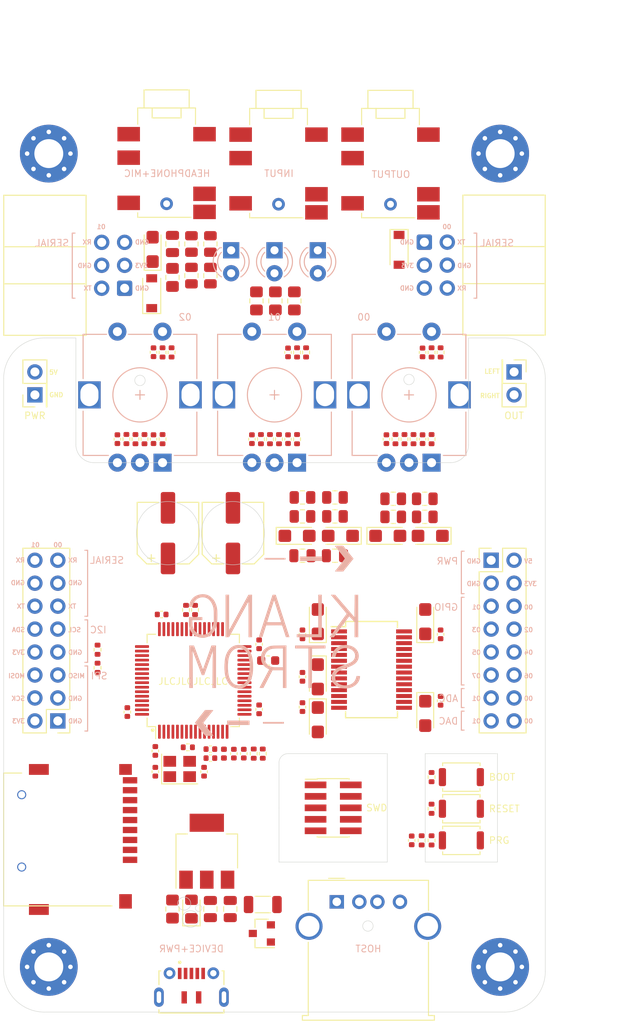
<source format=kicad_pcb>
(kicad_pcb (version 20171130) (host pcbnew "(5.1.8-0-10_14)")
  (title_block (rev 0.1))
  (layers (0 F.Cu signal) (1 In1.Cu power) (2 In2.Cu power) (31 B.Cu signal) (34 B.Paste user hide) (35 F.Paste user hide) (36 B.SilkS user) (37 F.SilkS user) (38 B.Mask user hide) (39 F.Mask user hide) (44 Edge.Cuts user))
  (net 0 "")
  (net 1 GND)
  (net 2 +3V3)
  (net 3 /RCC_OSC_IN)
  (net 4 /VCAP1)
  (net 5 +3.3VA)
  (net 6 /audio_codec_WM8731/SIGNAL_IN_LEFT)
  (net 7 /audio_codec_WM8731/SIGNAL_IN_RIGHT)
  (net 8 /ENCODER_01_BUTTON)
  (net 9 /ENCODER_00_BUTTON)
  (net 10 /ENCODER_02_BUTTON)
  (net 11 /LED_00)
  (net 12 "Net-(D1-Pad1)")
  (net 13 /LED_01)
  (net 14 "Net-(D2-Pad1)")
  (net 15 /LED_02)
  (net 16 "Net-(D3-Pad1)")
  (net 17 "Net-(D4-Pad1)")
  (net 18 /ADC_00)
  (net 19 /ADC_01)
  (net 20 /DAC_00)
  (net 21 /DAC_01)
  (net 22 /GPIO_09)
  (net 23 /GPIO_08)
  (net 24 /GPIO_07)
  (net 25 /GPIO_06)
  (net 26 /GPIO_05)
  (net 27 /GPIO_04)
  (net 28 /GPIO_03)
  (net 29 /GPIO_02)
  (net 30 /GPIO_01)
  (net 31 /GPIO_00)
  (net 32 +5V)
  (net 33 /SWD_NRST)
  (net 34 /SWD_SWI)
  (net 35 /SWD_SWO)
  (net 36 /SWD_SWCLK)
  (net 37 /SWD_SWDIO)
  (net 38 /I2C_00_SDA)
  (net 39 /I2C_00_SCL)
  (net 40 /audio_codec_WM8731/SIGNAL_OUT_RIGHT)
  (net 41 /audio_codec_WM8731/SIGNAL_OUT_LEFT)
  (net 42 /BOOT_FLASH)
  (net 43 /RCC_OSC_OUT)
  (net 44 /AUDIOCODEC_I2C_SCL)
  (net 45 /AUDIOCODEC_I2C_SDA)
  (net 46 /ENCODER_01_A)
  (net 47 /ENCODER_01_B)
  (net 48 /ENCODER_00_A)
  (net 49 /ENCODER_00_B)
  (net 50 /ENCODER_02_A)
  (net 51 /ENCODER_02_B)
  (net 52 /AUDIOCODEC_I2S_MCK)
  (net 53 /AUDIOCODEC_I2S_CK)
  (net 54 /AUDIOCODEC_I2S_SDO)
  (net 55 "Net-(FB1-Pad2)")
  (net 56 "Net-(C2-Pad1)")
  (net 57 "Net-(C22-Pad2)")
  (net 58 "Net-(C24-Pad2)")
  (net 59 "Net-(C38-Pad1)")
  (net 60 "Net-(C41-Pad1)")
  (net 61 /audio_codec_WM8731/MIC_IN)
  (net 62 "Net-(C43-Pad1)")
  (net 63 /UART_00_RX)
  (net 64 /UART_00_TX)
  (net 65 /UART_01_RX)
  (net 66 /UART_01_TX)
  (net 67 /audio_codec_WM8731/SIGNAL_MIC_BIAS)
  (net 68 /USB_D+)
  (net 69 /audio_codec_WM8731/SIGNAL_MIC_IN)
  (net 70 /USB_D-)
  (net 71 /ADCLRC)
  (net 72 /ADCDAT)
  (net 73 "Net-(C4-Pad1)")
  (net 74 "Net-(C18-Pad1)")
  (net 75 "Net-(C20-Pad1)")
  (net 76 "Net-(C26-Pad2)")
  (net 77 "Net-(C27-Pad2)")
  (net 78 "Net-(C37-Pad1)")
  (net 79 "Net-(C40-Pad1)")
  (net 80 "Net-(C44-Pad1)")
  (net 81 "Net-(R25-Pad1)")
  (net 82 "Net-(R31-Pad1)")
  (net 83 "Net-(R37-Pad1)")
  (net 84 "Net-(D5-Pad2)")
  (net 85 "Net-(D6-Pad2)")
  (net 86 /USB_CONN_D+)
  (net 87 /USB_CONN_D-)
  (net 88 "Net-(R45-Pad1)")
  (net 89 /audio_codec_WM8731/HEADPHONE_LEFT)
  (net 90 /audio_codec_WM8731/SIGNAL_HEADPHONE_LEFT)
  (net 91 /audio_codec_WM8731/HEADPHONE_RIGHT)
  (net 92 /audio_codec_WM8731/SIGNAL_HEADPHONE_RIGHT)
  (net 93 /audio_codec_WM8731/LINE_IN_LEFT)
  (net 94 /audio_codec_WM8731/LINE_IN_RIGHT)
  (net 95 /SPI_00_MOSI)
  (net 96 /SPI_00_SCK)
  (net 97 /SPI_00_MISO)
  (net 98 /LINE_OUT_LEFT)
  (net 99 /LINE_OUT_RIGHT)
  (module Connector_PinHeader_2.54mm:PinHeader_2x01_P2.54mm_Vertical (layer F.Cu) (at 102.46 84.7 90)
    (fp_text reference J11)
    (fp_text value ADD-ON_PWR)
    (pad 2 thru_hole oval (at 2.54 0 90) (size 1.7 1.7) (drill 1) (layers *.Cu *.Mask) (net 32 +5V))
    (pad 1 thru_hole rect (at 0 0 90) (size 1.7 1.7) (drill 1) (layers *.Cu *.Mask) (net 1 GND))
  )
  (module Connector_PinHeader_2.54mm:PinHeader_2x01_P2.54mm_Vertical (layer F.Cu) (at 155.54 82.16 270)
    (fp_text reference J13)
    (fp_text value ADD-ON_PWR)
    (pad 2 thru_hole oval (at 2.54 0 270) (size 1.7 1.7) (drill 1) (layers *.Cu *.Mask) (net 99 /LINE_OUT_RIGHT))
    (pad 1 thru_hole rect (at 0 0 270) (size 1.7 1.7) (drill 1) (layers *.Cu *.Mask) (net 98 /LINE_OUT_LEFT))
  )
  (module Package_QFP:LQFP-64_10x10mm_P0.5mm (layer F.Cu) (at 120 116.3 90)
    (fp_text reference U1)
    (fp_text value STM32F446RETx)
    (pad 64 smd roundrect (at -3.75 -5.675 90) (size 0.3 1.55) (layers F.Cu F.Paste F.Mask) (net 2 +3V3))
    (pad 63 smd roundrect (at -3.25 -5.675 90) (size 0.3 1.55) (layers F.Cu F.Paste F.Mask) (net 1 GND))
    (pad 62 smd roundrect (at -2.75 -5.675 90) (size 0.3 1.55) (layers F.Cu F.Paste F.Mask) (net 71 /ADCLRC))
    (pad 61 smd roundrect (at -2.25 -5.675 90) (size 0.3 1.55) (layers F.Cu F.Paste F.Mask) (net 39 /I2C_00_SCL))
    (pad 60 smd roundrect (at -1.75 -5.675 90) (size 0.3 1.55) (layers F.Cu F.Paste F.Mask) (net 42 /BOOT_FLASH))
    (pad 59 smd roundrect (at -1.25 -5.675 90) (size 0.3 1.55) (layers F.Cu F.Paste F.Mask) (net 38 /I2C_00_SDA))
    (pad 58 smd roundrect (at -0.75 -5.675 90) (size 0.3 1.55) (layers F.Cu F.Paste F.Mask) (net 64 /UART_00_TX))
    (pad 57 smd roundrect (at -0.25 -5.675 90) (size 0.3 1.55) (layers F.Cu F.Paste F.Mask) (net 11 /LED_00))
    (pad 56 smd roundrect (at 0.25 -5.675 90) (size 0.3 1.55) (layers F.Cu F.Paste F.Mask) (net 10 /ENCODER_02_BUTTON))
    (pad 55 smd roundrect (at 0.75 -5.675 90) (size 0.3 1.55) (layers F.Cu F.Paste F.Mask) (net 35 /SWD_SWO))
    (pad 54 smd roundrect (at 1.25 -5.675 90) (size 0.3 1.55) (layers F.Cu F.Paste F.Mask) (net 13 /LED_01))
    (pad 53 smd roundrect (at 1.75 -5.675 90) (size 0.3 1.55) (layers F.Cu F.Paste F.Mask) (net 15 /LED_02))
    (pad 52 smd roundrect (at 2.25 -5.675 90) (size 0.3 1.55) (layers F.Cu F.Paste F.Mask) (net 65 /UART_01_RX))
    (pad 51 smd roundrect (at 2.75 -5.675 90) (size 0.3 1.55) (layers F.Cu F.Paste F.Mask) (net 66 /UART_01_TX))
    (pad 50 smd roundrect (at 3.25 -5.675 90) (size 0.3 1.55) (layers F.Cu F.Paste F.Mask) (net 34 /SWD_SWI))
    (pad 49 smd roundrect (at 3.75 -5.675 90) (size 0.3 1.55) (layers F.Cu F.Paste F.Mask) (net 36 /SWD_SWCLK))
    (pad 48 smd roundrect (at 5.675 -3.75 90) (size 1.55 0.3) (layers F.Cu F.Paste F.Mask) (net 2 +3V3))
    (pad 47 smd roundrect (at 5.675 -3.25 90) (size 1.55 0.3) (layers F.Cu F.Paste F.Mask) (net 1 GND))
    (pad 46 smd roundrect (at 5.675 -2.75 90) (size 1.55 0.3) (layers F.Cu F.Paste F.Mask) (net 37 /SWD_SWDIO))
    (pad 45 smd roundrect (at 5.675 -2.25 90) (size 1.55 0.3) (layers F.Cu F.Paste F.Mask) (net 68 /USB_D+))
    (pad 44 smd roundrect (at 5.675 -1.75 90) (size 1.55 0.3) (layers F.Cu F.Paste F.Mask) (net 70 /USB_D-))
    (pad 43 smd roundrect (at 5.675 -1.25 90) (size 1.55 0.3) (layers F.Cu F.Paste F.Mask) (net 63 /UART_00_RX))
    (pad 42 smd roundrect (at 5.675 -0.75 90) (size 1.55 0.3) (layers F.Cu F.Paste F.Mask) (net 54 /AUDIOCODEC_I2S_SDO))
    (pad 41 smd roundrect (at 5.675 -0.25 90) (size 1.55 0.3) (layers F.Cu F.Paste F.Mask) (net 44 /AUDIOCODEC_I2C_SCL))
    (pad 40 smd roundrect (at 5.675 0.25 90) (size 1.55 0.3) (layers F.Cu F.Paste F.Mask) (net 45 /AUDIOCODEC_I2C_SDA))
    (pad 39 smd roundrect (at 5.675 0.75 90) (size 1.55 0.3) (layers F.Cu F.Paste F.Mask) (net 8 /ENCODER_01_BUTTON))
    (pad 38 smd roundrect (at 5.675 1.25 90) (size 1.55 0.3) (layers F.Cu F.Paste F.Mask) (net 47 /ENCODER_01_B))
    (pad 37 smd roundrect (at 5.675 1.75 90) (size 1.55 0.3) (layers F.Cu F.Paste F.Mask) (net 46 /ENCODER_01_A))
    (pad 36 smd roundrect (at 5.675 2.25 90) (size 1.55 0.3) (layers F.Cu F.Paste F.Mask) (net 95 /SPI_00_MOSI))
    (pad 35 smd roundrect (at 5.675 2.75 90) (size 1.55 0.3) (layers F.Cu F.Paste F.Mask) (net 97 /SPI_00_MISO))
    (pad 34 smd roundrect (at 5.675 3.25 90) (size 1.55 0.3) (layers F.Cu F.Paste F.Mask) (net 96 /SPI_00_SCK))
    (pad 33 smd roundrect (at 5.675 3.75 90) (size 1.55 0.3) (layers F.Cu F.Paste F.Mask) (net 53 /AUDIOCODEC_I2S_CK))
    (pad 32 smd roundrect (at 3.75 5.675 90) (size 0.3 1.55) (layers F.Cu F.Paste F.Mask) (net 2 +3V3))
    (pad 31 smd roundrect (at 3.25 5.675 90) (size 0.3 1.55) (layers F.Cu F.Paste F.Mask) (net 1 GND))
    (pad 30 smd roundrect (at 2.75 5.675 90) (size 0.3 1.55) (layers F.Cu F.Paste F.Mask) (net 4 /VCAP1))
    (pad 29 smd roundrect (at 2.25 5.675 90) (size 0.3 1.55) (layers F.Cu F.Paste F.Mask) (net 22 /GPIO_09))
    (pad 28 smd roundrect (at 1.75 5.675 90) (size 0.3 1.55) (layers F.Cu F.Paste F.Mask) (net 23 /GPIO_08))
    (pad 27 smd roundrect (at 1.25 5.675 90) (size 0.3 1.55) (layers F.Cu F.Paste F.Mask) (net 19 /ADC_01))
    (pad 26 smd roundrect (at 0.75 5.675 90) (size 0.3 1.55) (layers F.Cu F.Paste F.Mask) (net 18 /ADC_00))
    (pad 25 smd roundrect (at 0.25 5.675 90) (size 0.3 1.55) (layers F.Cu F.Paste F.Mask) (net 24 /GPIO_07))
    (pad 24 smd roundrect (at -0.25 5.675 90) (size 0.3 1.55) (layers F.Cu F.Paste F.Mask) (net 9 /ENCODER_00_BUTTON))
    (pad 23 smd roundrect (at -0.75 5.675 90) (size 0.3 1.55) (layers F.Cu F.Paste F.Mask) (net 49 /ENCODER_00_B))
    (pad 22 smd roundrect (at -1.25 5.675 90) (size 0.3 1.55) (layers F.Cu F.Paste F.Mask) (net 48 /ENCODER_00_A))
    (pad 21 smd roundrect (at -1.75 5.675 90) (size 0.3 1.55) (layers F.Cu F.Paste F.Mask) (net 21 /DAC_01))
    (pad 20 smd roundrect (at -2.25 5.675 90) (size 0.3 1.55) (layers F.Cu F.Paste F.Mask) (net 20 /DAC_00))
    (pad 19 smd roundrect (at -2.75 5.675 90) (size 0.3 1.55) (layers F.Cu F.Paste F.Mask) (net 2 +3V3))
    (pad 18 smd roundrect (at -3.25 5.675 90) (size 0.3 1.55) (layers F.Cu F.Paste F.Mask) (net 1 GND))
    (pad 17 smd roundrect (at -3.75 5.675 90) (size 0.3 1.55) (layers F.Cu F.Paste F.Mask) (net 25 /GPIO_06))
    (pad 16 smd roundrect (at -5.675 3.75 90) (size 1.55 0.3) (layers F.Cu F.Paste F.Mask) (net 26 /GPIO_05))
    (pad 15 smd roundrect (at -5.675 3.25 90) (size 1.55 0.3) (layers F.Cu F.Paste F.Mask) (net 51 /ENCODER_02_B))
    (pad 14 smd roundrect (at -5.675 2.75 90) (size 1.55 0.3) (layers F.Cu F.Paste F.Mask) (net 50 /ENCODER_02_A))
    (pad 13 smd roundrect (at -5.675 2.25 90) (size 1.55 0.3) (layers F.Cu F.Paste F.Mask) (net 5 +3.3VA))
    (pad 12 smd roundrect (at -5.675 1.75 90) (size 1.55 0.3) (layers F.Cu F.Paste F.Mask) (net 1 GND))
    (pad 11 smd roundrect (at -5.675 1.25 90) (size 1.55 0.3) (layers F.Cu F.Paste F.Mask) (net 27 /GPIO_04))
    (pad 10 smd roundrect (at -5.675 0.75 90) (size 1.55 0.3) (layers F.Cu F.Paste F.Mask) (net 28 /GPIO_03))
    (pad 9 smd roundrect (at -5.675 0.25 90) (size 1.55 0.3) (layers F.Cu F.Paste F.Mask) (net 72 /ADCDAT))
    (pad 8 smd roundrect (at -5.675 -0.25 90) (size 1.55 0.3) (layers F.Cu F.Paste F.Mask) (net 52 /AUDIOCODEC_I2S_MCK))
    (pad 7 smd roundrect (at -5.675 -0.75 90) (size 1.55 0.3) (layers F.Cu F.Paste F.Mask) (net 33 /SWD_NRST))
    (pad 6 smd roundrect (at -5.675 -1.25 90) (size 1.55 0.3) (layers F.Cu F.Paste F.Mask) (net 43 /RCC_OSC_OUT))
    (pad 5 smd roundrect (at -5.675 -1.75 90) (size 1.55 0.3) (layers F.Cu F.Paste F.Mask) (net 3 /RCC_OSC_IN))
    (pad 4 smd roundrect (at -5.675 -2.25 90) (size 1.55 0.3) (layers F.Cu F.Paste F.Mask) (net 29 /GPIO_02))
    (pad 3 smd roundrect (at -5.675 -2.75 90) (size 1.55 0.3) (layers F.Cu F.Paste F.Mask) (net 30 /GPIO_01))
    (pad 2 smd roundrect (at -5.675 -3.25 90) (size 1.55 0.3) (layers F.Cu F.Paste F.Mask) (net 31 /GPIO_00))
    (pad 1 smd roundrect (at -5.675 -3.75 90) (size 1.55 0.3) (layers F.Cu F.Paste F.Mask) (net 2 +3V3))
  )
  (module Capacitor_SMD:C_0402_1005Metric (layer F.Cu) (at 121.9 123.9 180)
    (fp_text reference C8)
    (fp_text value 100nF)
    (pad 2 smd roundrect (at 0.48 0 180) (size 0.56 0.62) (layers F.Cu F.Paste F.Mask) (net 1 GND))
    (pad 1 smd roundrect (at -0.48 0 180) (size 0.56 0.62) (layers F.Cu F.Paste F.Mask) (net 5 +3.3VA))
  )
  (module Capacitor_SMD:C_0402_1005Metric (layer F.Cu) (at 121.9 124.9 180)
    (fp_text reference C7)
    (fp_text value 1uF)
    (pad 2 smd roundrect (at 0.48 0 180) (size 0.56 0.62) (layers F.Cu F.Paste F.Mask) (net 1 GND))
    (pad 1 smd roundrect (at -0.48 0 180) (size 0.56 0.62) (layers F.Cu F.Paste F.Mask) (net 5 +3.3VA))
  )
  (module Connector_IDC:IDC-Header_2x03_P2.54mm_Horizontal (layer F.Cu) (at 112.4 72.9 180)
    (fp_text reference J12)
    (fp_text value UART_01)
    (pad 6 thru_hole circle (at 2.54 5.08 180) (size 1.7 1.7) (drill 1) (layers *.Cu *.Mask) (net 65 /UART_01_RX))
    (pad 4 thru_hole circle (at 2.54 2.54 180) (size 1.7 1.7) (drill 1) (layers *.Cu *.Mask) (net 1 GND))
    (pad 2 thru_hole circle (at 2.54 0 180) (size 1.7 1.7) (drill 1) (layers *.Cu *.Mask) (net 66 /UART_01_TX))
    (pad 5 thru_hole circle (at 0 5.08 180) (size 1.7 1.7) (drill 1) (layers *.Cu *.Mask) (net 1 GND))
    (pad 3 thru_hole circle (at 0 2.54 180) (size 1.7 1.7) (drill 1) (layers *.Cu *.Mask) (net 85 "Net-(D6-Pad2)"))
    (pad 1 thru_hole roundrect (at 0 0 180) (size 1.7 1.7) (drill 1) (layers *.Cu *.Mask) (roundrect_rratio 0.147059) (net 1 GND))
  )
  (module Connector_PinHeader_2.54mm:PinHeader_2x08_P2.54mm_Vertical (layer F.Cu) (at 105 120.78 180)
    (fp_text reference J9)
    (fp_text value I2C_00+SPI_00)
    (pad 16 thru_hole oval (at 2.54 17.78 180) (size 1.7 1.7) (drill 1) (layers *.Cu *.Mask) (net 65 /UART_01_RX))
    (pad 15 thru_hole oval (at 0 17.78 180) (size 1.7 1.7) (drill 1) (layers *.Cu *.Mask) (net 63 /UART_00_RX))
    (pad 14 thru_hole oval (at 2.54 15.24 180) (size 1.7 1.7) (drill 1) (layers *.Cu *.Mask) (net 1 GND))
    (pad 13 thru_hole oval (at 0 15.24 180) (size 1.7 1.7) (drill 1) (layers *.Cu *.Mask) (net 1 GND))
    (pad 12 thru_hole oval (at 2.54 12.7 180) (size 1.7 1.7) (drill 1) (layers *.Cu *.Mask) (net 66 /UART_01_TX))
    (pad 11 thru_hole oval (at 0 12.7 180) (size 1.7 1.7) (drill 1) (layers *.Cu *.Mask) (net 64 /UART_00_TX))
    (pad 10 thru_hole oval (at 2.54 10.16 180) (size 1.7 1.7) (drill 1) (layers *.Cu *.Mask) (net 38 /I2C_00_SDA))
    (pad 9 thru_hole oval (at 0 10.16 180) (size 1.7 1.7) (drill 1) (layers *.Cu *.Mask) (net 39 /I2C_00_SCL))
    (pad 8 thru_hole oval (at 2.54 7.62 180) (size 1.7 1.7) (drill 1) (layers *.Cu *.Mask) (net 2 +3V3))
    (pad 7 thru_hole oval (at 0 7.62 180) (size 1.7 1.7) (drill 1) (layers *.Cu *.Mask) (net 1 GND))
    (pad 6 thru_hole oval (at 2.54 5.08 180) (size 1.7 1.7) (drill 1) (layers *.Cu *.Mask) (net 95 /SPI_00_MOSI))
    (pad 5 thru_hole oval (at 0 5.08 180) (size 1.7 1.7) (drill 1) (layers *.Cu *.Mask) (net 97 /SPI_00_MISO))
    (pad 4 thru_hole oval (at 2.54 2.54 180) (size 1.7 1.7) (drill 1) (layers *.Cu *.Mask) (net 96 /SPI_00_SCK))
    (pad 3 thru_hole oval (at 0 2.54 180) (size 1.7 1.7) (drill 1) (layers *.Cu *.Mask) (net 1 GND))
    (pad 2 thru_hole oval (at 2.54 0 180) (size 1.7 1.7) (drill 1) (layers *.Cu *.Mask) (net 2 +3V3))
    (pad 1 thru_hole rect (at 0 0 180) (size 1.7 1.7) (drill 1) (layers *.Cu *.Mask) (net 1 GND))
  )
  (module Connector_PinHeader_2.54mm:PinHeader_2x08_P2.54mm_Vertical (layer F.Cu) (at 153 103)
    (fp_text reference J4)
    (fp_text value GPIO+ANALOG_IO_PINS)
    (pad 16 thru_hole oval (at 2.54 17.78) (size 1.7 1.7) (drill 1) (layers *.Cu *.Mask) (net 20 /DAC_00))
    (pad 15 thru_hole oval (at 0 17.78) (size 1.7 1.7) (drill 1) (layers *.Cu *.Mask) (net 21 /DAC_01))
    (pad 14 thru_hole oval (at 2.54 15.24) (size 1.7 1.7) (drill 1) (layers *.Cu *.Mask) (net 18 /ADC_00))
    (pad 13 thru_hole oval (at 0 15.24) (size 1.7 1.7) (drill 1) (layers *.Cu *.Mask) (net 19 /ADC_01))
    (pad 12 thru_hole oval (at 2.54 12.7) (size 1.7 1.7) (drill 1) (layers *.Cu *.Mask) (net 25 /GPIO_06))
    (pad 11 thru_hole oval (at 0 12.7) (size 1.7 1.7) (drill 1) (layers *.Cu *.Mask) (net 24 /GPIO_07))
    (pad 10 thru_hole oval (at 2.54 10.16) (size 1.7 1.7) (drill 1) (layers *.Cu *.Mask) (net 27 /GPIO_04))
    (pad 9 thru_hole oval (at 0 10.16) (size 1.7 1.7) (drill 1) (layers *.Cu *.Mask) (net 26 /GPIO_05))
    (pad 8 thru_hole oval (at 2.54 7.62) (size 1.7 1.7) (drill 1) (layers *.Cu *.Mask) (net 29 /GPIO_02))
    (pad 7 thru_hole oval (at 0 7.62) (size 1.7 1.7) (drill 1) (layers *.Cu *.Mask) (net 28 /GPIO_03))
    (pad 6 thru_hole oval (at 2.54 5.08) (size 1.7 1.7) (drill 1) (layers *.Cu *.Mask) (net 31 /GPIO_00))
    (pad 5 thru_hole oval (at 0 5.08) (size 1.7 1.7) (drill 1) (layers *.Cu *.Mask) (net 30 /GPIO_01))
    (pad 4 thru_hole oval (at 2.54 2.54) (size 1.7 1.7) (drill 1) (layers *.Cu *.Mask) (net 2 +3V3))
    (pad 3 thru_hole oval (at 0 2.54) (size 1.7 1.7) (drill 1) (layers *.Cu *.Mask) (net 1 GND))
    (pad 2 thru_hole oval (at 2.54 0) (size 1.7 1.7) (drill 1) (layers *.Cu *.Mask) (net 32 +5V))
    (pad 1 thru_hole rect (at 0 0) (size 1.7 1.7) (drill 1) (layers *.Cu *.Mask) (net 1 GND))
  )
  (module KLST_SPEAKER+PWR:SHOUHAN_MICROXNJ (layer F.Cu) (at 119.8 153.1 180)
    (fp_text reference J3)
    (fp_text value USB_B_Micro)
    (pad S smd rect (at -0.8 1.725 180) (size 0.6 1.35) (layers F.Cu F.Paste F.Mask) (net 1 GND))
    (pad S smd rect (at 0.8 1.725 180) (size 0.6 1.35) (layers F.Cu F.Paste F.Mask) (net 1 GND))
    (pad S thru_hole oval (at -3.6 1.75 180) (size 1.07 2.14) (drill oval 0.5 1.3) (layers *.Cu *.Mask) (net 1 GND))
    (pad S thru_hole oval (at 3.6 1.75 180) (size 1.07 2.14) (drill oval 0.5 1.3) (layers *.Cu *.Mask) (net 1 GND))
    (pad S thru_hole circle (at -2.425 4.4 180) (size 1.3 1.3) (drill 0.7) (layers *.Cu *.Mask) (net 1 GND))
    (pad S thru_hole circle (at 2.425 4.4 180) (size 1.3 1.3) (drill 0.7) (layers *.Cu *.Mask) (net 1 GND))
    (pad 5 smd rect (at -1.3 4.375 180) (size 0.4 1.25) (layers F.Cu F.Paste F.Mask) (net 1 GND))
    (pad 4 smd rect (at -0.65 4.375 180) (size 0.4 1.25) (layers F.Cu F.Paste F.Mask))
    (pad 3 smd rect (at 0 4.375 180) (size 0.4 1.25) (layers F.Cu F.Paste F.Mask) (net 86 /USB_CONN_D+))
    (pad 2 smd rect (at 0.65 4.375 180) (size 0.4 1.25) (layers F.Cu F.Paste F.Mask) (net 87 /USB_CONN_D-))
    (pad 1 smd rect (at 1.3 4.375 180) (size 0.4 1.25) (layers F.Cu F.Paste F.Mask) (net 32 +5V))
  )
  (module Connector_Card:microSD_SOFNG_TF-015 (layer F.Cu) (at 112.2 133.9 270)
    (fp_text reference J1)
    (fp_text value Micro_SD_Card_Card_Detect_SPI)
    (pad 10 smd rect (at -7.75 -0.3 270) (size 1.2 1.4) (layers F.Cu F.Paste F.Mask) (net 1 GND))
    (pad 10 smd rect (at 6.85 -0.3 270) (size 1.6 1.4) (layers F.Cu F.Paste F.Mask) (net 1 GND))
    (pad 10 smd rect (at -7.75 9.3 270) (size 1.2 2.2) (layers F.Cu F.Paste F.Mask) (net 1 GND))
    (pad 10 smd rect (at 7.75 9.3 270) (size 1.2 2.2) (layers F.Cu F.Paste F.Mask) (net 1 GND))
    (pad "" np_thru_hole circle (at -4.95 11.2 270) (size 1 1) (drill 0.762) (layers *.Cu *.Mask))
    (pad "" np_thru_hole circle (at 3.05 11.2 270) (size 1 1) (drill 0.762) (layers *.Cu *.Mask))
    (pad 1 smd rect (at 2.25 -0.8 270) (size 0.7 1.6) (layers F.Cu F.Paste F.Mask))
    (pad 2 smd rect (at 1.15 -0.8 270) (size 0.7 1.6) (layers F.Cu F.Paste F.Mask) (net 22 /GPIO_09))
    (pad 3 smd rect (at 0.05 -0.8 270) (size 0.7 1.6) (layers F.Cu F.Paste F.Mask) (net 27 /GPIO_04))
    (pad 4 smd rect (at -1.05 -0.8 270) (size 0.7 1.6) (layers F.Cu F.Paste F.Mask) (net 2 +3V3))
    (pad 5 smd rect (at -2.15 -0.8 270) (size 0.7 1.6) (layers F.Cu F.Paste F.Mask) (net 22 /GPIO_09))
    (pad 6 smd rect (at -3.25 -0.8 270) (size 0.7 1.6) (layers F.Cu F.Paste F.Mask) (net 1 GND))
    (pad 7 smd rect (at -4.35 -0.8 270) (size 0.7 1.6) (layers F.Cu F.Paste F.Mask) (net 28 /GPIO_03))
    (pad 8 smd rect (at -5.45 -0.8 270) (size 0.7 1.6) (layers F.Cu F.Paste F.Mask))
    (pad 9 smd rect (at -6.55 -0.8 270) (size 0.7 1.6) (layers F.Cu F.Paste F.Mask) (net 23 /GPIO_08))
  )
  (module Button_Switch_SMD:SW_Push_SPST_NO_Alps_SKRK (layer F.Cu) (at 149.7 134)
    (fp_text reference SW6)
    (fp_text value BUTTON)
    (pad 1 smd roundrect (at -2.1 0) (size 0.8 2) (layers F.Cu F.Paste F.Mask) (net 88 "Net-(R45-Pad1)"))
    (pad 2 smd roundrect (at 2.1 0) (size 0.8 2) (layers F.Cu F.Paste F.Mask) (net 1 GND))
  )
  (module Resistor_SMD:R_0402_1005Metric (layer F.Cu) (at 145.3 134 270)
    (fp_text reference R46)
    (fp_text value 1K)
    (pad 2 smd roundrect (at 0.51 0 270) (size 0.54 0.64) (layers F.Cu F.Paste F.Mask) (net 88 "Net-(R45-Pad1)"))
    (pad 1 smd roundrect (at -0.51 0 270) (size 0.54 0.64) (layers F.Cu F.Paste F.Mask) (net 24 /GPIO_07))
  )
  (module Resistor_SMD:R_0402_1005Metric (layer F.Cu) (at 146.4 134 90)
    (fp_text reference R45)
    (fp_text value 10K)
    (pad 2 smd roundrect (at 0.51 0 90) (size 0.54 0.64) (layers F.Cu F.Paste F.Mask) (net 2 +3V3))
    (pad 1 smd roundrect (at -0.51 0 90) (size 0.54 0.64) (layers F.Cu F.Paste F.Mask) (net 88 "Net-(R45-Pad1)"))
  )
  (module Capacitor_SMD:C_0402_1005Metric (layer F.Cu) (at 144.2 134 270)
    (fp_text reference C3)
    (fp_text value 100nF)
    (pad 2 smd roundrect (at 0.48 0 270) (size 0.56 0.62) (layers F.Cu F.Paste F.Mask) (net 1 GND))
    (pad 1 smd roundrect (at -0.48 0 270) (size 0.56 0.62) (layers F.Cu F.Paste F.Mask) (net 24 /GPIO_07))
  )
  (module Button_Switch_SMD:SW_Push_SPST_NO_Alps_SKRK (layer F.Cu) (at 149.7 130.5 180)
    (fp_text reference SW2)
    (fp_text value BUTTON_RESET)
    (pad 1 smd roundrect (at -2.1 0 180) (size 0.8 2) (layers F.Cu F.Paste F.Mask) (net 1 GND))
    (pad 2 smd roundrect (at 2.1 0 180) (size 0.8 2) (layers F.Cu F.Paste F.Mask) (net 33 /SWD_NRST))
  )
  (module Button_Switch_SMD:SW_Push_SPST_NO_Alps_SKRK (layer F.Cu) (at 149.7 127)
    (fp_text reference SW1)
    (fp_text value BUTTON_BOOT_FLASH)
    (pad 1 smd roundrect (at -2.1 0) (size 0.8 2) (layers F.Cu F.Paste F.Mask) (net 42 /BOOT_FLASH))
    (pad 2 smd roundrect (at 2.1 0) (size 0.8 2) (layers F.Cu F.Paste F.Mask) (net 2 +3V3))
  )
  (module "KLST_SPEAKER+PWR:Korean Hroparts Elec PJ-316A-6A" (layer F.Cu) (at 141.85 53)
    (fp_text reference J8)
    (fp_text value LINE_OUT)
    (pad T smd rect (at 4.2 9.5) (size 2.5 1.6) (layers F.Cu F.Paste F.Mask) (net 98 /LINE_OUT_LEFT))
    (pad TN smd rect (at 4.2 11.5) (size 2.5 1.6) (layers F.Cu F.Paste F.Mask))
    (pad R1N smd rect (at -4.2 10.5) (size 2.5 1.6) (layers F.Cu F.Paste F.Mask))
    (pad R1 smd rect (at -4.2 5.5) (size 2.5 1.6) (layers F.Cu F.Paste F.Mask) (net 99 /LINE_OUT_RIGHT))
    (pad S smd rect (at -4.2 2.9) (size 2.5 1.6) (layers F.Cu F.Paste F.Mask) (net 1 GND))
    (pad R2 smd rect (at 4.2 2.9) (size 2.5 1.6) (layers F.Cu F.Paste F.Mask))
    (pad "" np_thru_hole circle (at 0 10.6) (size 1.4 1.4) (drill 0.762) (layers *.Cu *.Mask))
  )
  (module "KLST_SPEAKER+PWR:Korean Hroparts Elec PJ-316A-6A" (layer F.Cu) (at 129.45 53)
    (fp_text reference J7)
    (fp_text value LINE_IN)
    (pad T smd rect (at 4.2 9.5) (size 2.5 1.6) (layers F.Cu F.Paste F.Mask) (net 93 /audio_codec_WM8731/LINE_IN_LEFT))
    (pad TN smd rect (at 4.2 11.5) (size 2.5 1.6) (layers F.Cu F.Paste F.Mask))
    (pad R1N smd rect (at -4.2 10.5) (size 2.5 1.6) (layers F.Cu F.Paste F.Mask))
    (pad R1 smd rect (at -4.2 5.5) (size 2.5 1.6) (layers F.Cu F.Paste F.Mask) (net 94 /audio_codec_WM8731/LINE_IN_RIGHT))
    (pad S smd rect (at -4.2 2.9) (size 2.5 1.6) (layers F.Cu F.Paste F.Mask) (net 1 GND))
    (pad R2 smd rect (at 4.2 2.9) (size 2.5 1.6) (layers F.Cu F.Paste F.Mask))
    (pad "" np_thru_hole circle (at 0 10.6) (size 1.4 1.4) (drill 0.762) (layers *.Cu *.Mask))
  )
  (module "KLST_SPEAKER+PWR:Korean Hroparts Elec PJ-316A-6A" (layer F.Cu) (at 117.05 52.95)
    (fp_text reference J6)
    (fp_text value HEADPHONES+MIC)
    (pad T smd rect (at 4.2 9.5) (size 2.5 1.6) (layers F.Cu F.Paste F.Mask) (net 89 /audio_codec_WM8731/HEADPHONE_LEFT))
    (pad TN smd rect (at 4.2 11.5) (size 2.5 1.6) (layers F.Cu F.Paste F.Mask))
    (pad R1N smd rect (at -4.2 10.5) (size 2.5 1.6) (layers F.Cu F.Paste F.Mask))
    (pad R1 smd rect (at -4.2 5.5) (size 2.5 1.6) (layers F.Cu F.Paste F.Mask) (net 91 /audio_codec_WM8731/HEADPHONE_RIGHT))
    (pad S smd rect (at -4.2 2.9) (size 2.5 1.6) (layers F.Cu F.Paste F.Mask) (net 1 GND))
    (pad R2 smd rect (at 4.2 2.9) (size 2.5 1.6) (layers F.Cu F.Paste F.Mask) (net 61 /audio_codec_WM8731/MIC_IN))
    (pad "" np_thru_hole circle (at 0 10.6) (size 1.4 1.4) (drill 0.762) (layers *.Cu *.Mask))
  )
  (module Crystal:Crystal_SMD_3225-4Pin_3.2x2.5mm (layer F.Cu) (at 118.5 126.1)
    (fp_text reference Y1)
    (fp_text value 16MHz)
    (pad 4 smd rect (at -1.1 -0.85) (size 1.4 1.2) (layers F.Cu F.Paste F.Mask) (net 1 GND))
    (pad 3 smd rect (at 1.1 -0.85) (size 1.4 1.2) (layers F.Cu F.Paste F.Mask) (net 56 "Net-(C2-Pad1)"))
    (pad 2 smd rect (at 1.1 0.85) (size 1.4 1.2) (layers F.Cu F.Paste F.Mask) (net 1 GND))
    (pad 1 smd rect (at -1.1 0.85) (size 1.4 1.2) (layers F.Cu F.Paste F.Mask) (net 3 /RCC_OSC_IN))
  )
  (module Resistor_SMD:R_0805_2012Metric (layer F.Cu) (at 142.15 98.2 180)
    (fp_text reference R24)
    (fp_text value 47K)
    (pad 2 smd roundrect (at 0.9125 0 180) (size 1.025 1.4) (layers F.Cu F.Paste F.Mask) (roundrect_rratio 0.243902) (net 1 GND))
    (pad 1 smd roundrect (at -0.9125 0 180) (size 1.025 1.4) (layers F.Cu F.Paste F.Mask) (roundrect_rratio 0.243902) (net 77 "Net-(C27-Pad2)"))
  )
  (module Resistor_SMD:R_0805_2012Metric (layer F.Cu) (at 142.15 96.2 180)
    (fp_text reference R23)
    (fp_text value 100R)
    (pad 2 smd roundrect (at 0.9125 0 180) (size 1.025 1.4) (layers F.Cu F.Paste F.Mask) (roundrect_rratio 0.243902) (net 99 /LINE_OUT_RIGHT))
    (pad 1 smd roundrect (at -0.9125 0 180) (size 1.025 1.4) (layers F.Cu F.Paste F.Mask) (roundrect_rratio 0.243902) (net 77 "Net-(C27-Pad2)"))
  )
  (module Resistor_SMD:R_0805_2012Metric (layer F.Cu) (at 145.65 98.2)
    (fp_text reference R22)
    (fp_text value 47K)
    (pad 2 smd roundrect (at 0.9125 0) (size 1.025 1.4) (layers F.Cu F.Paste F.Mask) (roundrect_rratio 0.243902) (net 1 GND))
    (pad 1 smd roundrect (at -0.9125 0) (size 1.025 1.4) (layers F.Cu F.Paste F.Mask) (roundrect_rratio 0.243902) (net 76 "Net-(C26-Pad2)"))
  )
  (module Resistor_SMD:R_0805_2012Metric (layer F.Cu) (at 145.65 96.2)
    (fp_text reference R21)
    (fp_text value 100R)
    (pad 2 smd roundrect (at 0.9125 0) (size 1.025 1.4) (layers F.Cu F.Paste F.Mask) (roundrect_rratio 0.243902) (net 98 /LINE_OUT_LEFT))
    (pad 1 smd roundrect (at -0.9125 0) (size 1.025 1.4) (layers F.Cu F.Paste F.Mask) (roundrect_rratio 0.243902) (net 76 "Net-(C26-Pad2)"))
  )
  (module Resistor_SMD:R_0805_2012Metric (layer F.Cu) (at 132.1 98.15 180)
    (fp_text reference R20)
    (fp_text value 5.6K)
    (pad 2 smd roundrect (at 0.9125 0 180) (size 1.025 1.4) (layers F.Cu F.Paste F.Mask) (roundrect_rratio 0.243902) (net 1 GND))
    (pad 1 smd roundrect (at -0.9125 0 180) (size 1.025 1.4) (layers F.Cu F.Paste F.Mask) (roundrect_rratio 0.243902) (net 58 "Net-(C24-Pad2)"))
  )
  (module Resistor_SMD:R_0805_2012Metric (layer F.Cu) (at 132.1 96.05 180)
    (fp_text reference R19)
    (fp_text value 5.6K)
    (pad 2 smd roundrect (at 0.9125 0 180) (size 1.025 1.4) (layers F.Cu F.Paste F.Mask) (roundrect_rratio 0.243902) (net 94 /audio_codec_WM8731/LINE_IN_RIGHT))
    (pad 1 smd roundrect (at -0.9125 0 180) (size 1.025 1.4) (layers F.Cu F.Paste F.Mask) (roundrect_rratio 0.243902) (net 58 "Net-(C24-Pad2)"))
  )
  (module Resistor_SMD:R_0805_2012Metric (layer F.Cu) (at 135.7 98.15)
    (fp_text reference R18)
    (fp_text value 5.6K)
    (pad 2 smd roundrect (at 0.9125 0) (size 1.025 1.4) (layers F.Cu F.Paste F.Mask) (roundrect_rratio 0.243902) (net 1 GND))
    (pad 1 smd roundrect (at -0.9125 0) (size 1.025 1.4) (layers F.Cu F.Paste F.Mask) (roundrect_rratio 0.243902) (net 57 "Net-(C22-Pad2)"))
  )
  (module Resistor_SMD:R_0805_2012Metric (layer F.Cu) (at 135.7 96.05)
    (fp_text reference R17)
    (fp_text value 5.6K)
    (pad 2 smd roundrect (at 0.9125 0) (size 1.025 1.4) (layers F.Cu F.Paste F.Mask) (roundrect_rratio 0.243902) (net 93 /audio_codec_WM8731/LINE_IN_LEFT))
    (pad 1 smd roundrect (at -0.9125 0) (size 1.025 1.4) (layers F.Cu F.Paste F.Mask) (roundrect_rratio 0.243902) (net 57 "Net-(C22-Pad2)"))
  )
  (module Resistor_SMD:R_0805_2012Metric (layer F.Cu) (at 119.8 68 270)
    (fp_text reference R16)
    (fp_text value 47K)
    (pad 2 smd roundrect (at 0.9125 0 270) (size 1.025 1.4) (layers F.Cu F.Paste F.Mask) (roundrect_rratio 0.243902) (net 1 GND))
    (pad 1 smd roundrect (at -0.9125 0 270) (size 1.025 1.4) (layers F.Cu F.Paste F.Mask) (roundrect_rratio 0.243902) (net 61 /audio_codec_WM8731/MIC_IN))
  )
  (module Resistor_SMD:R_0805_2012Metric (layer F.Cu) (at 119.8 71.5 90)
    (fp_text reference R11)
    (fp_text value 47K)
    (pad 2 smd roundrect (at 0.9125 0 90) (size 1.025 1.4) (layers F.Cu F.Paste F.Mask) (roundrect_rratio 0.243902) (net 1 GND))
    (pad 1 smd roundrect (at -0.9125 0 90) (size 1.025 1.4) (layers F.Cu F.Paste F.Mask) (roundrect_rratio 0.243902) (net 91 /audio_codec_WM8731/HEADPHONE_RIGHT))
  )
  (module Resistor_SMD:R_0805_2012Metric (layer F.Cu) (at 121.9 71.5 90)
    (fp_text reference R10)
    (fp_text value 47K)
    (pad 2 smd roundrect (at 0.9125 0 90) (size 1.025 1.4) (layers F.Cu F.Paste F.Mask) (roundrect_rratio 0.243902) (net 1 GND))
    (pad 1 smd roundrect (at -0.9125 0 90) (size 1.025 1.4) (layers F.Cu F.Paste F.Mask) (roundrect_rratio 0.243902) (net 89 /audio_codec_WM8731/HEADPHONE_LEFT))
  )
  (module Resistor_SMD:R_0805_2012Metric (layer F.Cu) (at 121.9 68 270)
    (fp_text reference R12)
    (fp_text value 680R)
    (pad 2 smd roundrect (at 0.9125 0 270) (size 1.025 1.4) (layers F.Cu F.Paste F.Mask) (roundrect_rratio 0.243902) (net 67 /audio_codec_WM8731/SIGNAL_MIC_BIAS))
    (pad 1 smd roundrect (at -0.9125 0 270) (size 1.025 1.4) (layers F.Cu F.Paste F.Mask) (roundrect_rratio 0.243902) (net 61 /audio_codec_WM8731/MIC_IN))
  )
  (module Diode_SMD:D_SOD-123 (layer F.Cu) (at 142.8 68.65 270)
    (fp_text reference D5)
    (fp_text value D_Schottky)
    (pad 2 smd rect (at 1.65 0 270) (size 0.9 1.2) (layers F.Cu F.Paste F.Mask) (net 84 "Net-(D5-Pad2)"))
    (pad 1 smd rect (at -1.65 0 270) (size 0.9 1.2) (layers F.Cu F.Paste F.Mask) (net 2 +3V3))
  )
  (module Diode_SMD:D_SOD-123 (layer F.Cu) (at 115.4 73.45 90)
    (fp_text reference D6)
    (fp_text value D_Schottky)
    (pad 2 smd rect (at 1.65 0 90) (size 0.9 1.2) (layers F.Cu F.Paste F.Mask) (net 85 "Net-(D6-Pad2)"))
    (pad 1 smd rect (at -1.65 0 90) (size 0.9 1.2) (layers F.Cu F.Paste F.Mask) (net 2 +3V3))
  )
  (module Resistor_SMD:R_0402_1005Metric (layer F.Cu) (at 109.4 114.9 90)
    (fp_text reference R44)
    (fp_text value 2.2K)
    (pad 2 smd roundrect (at 0.51 0 90) (size 0.54 0.64) (layers F.Cu F.Paste F.Mask) (net 39 /I2C_00_SCL))
    (pad 1 smd roundrect (at -0.51 0 90) (size 0.54 0.64) (layers F.Cu F.Paste F.Mask) (net 2 +3V3))
  )
  (module Resistor_SMD:R_0402_1005Metric (layer F.Cu) (at 109.4 112.9 270)
    (fp_text reference R43)
    (fp_text value 2.2K)
    (pad 2 smd roundrect (at 0.51 0 270) (size 0.54 0.64) (layers F.Cu F.Paste F.Mask) (net 38 /I2C_00_SDA))
    (pad 1 smd roundrect (at -0.51 0 270) (size 0.54 0.64) (layers F.Cu F.Paste F.Mask) (net 2 +3V3))
  )
  (module Connector_IDC:IDC-Header_2x03_P2.54mm_Horizontal (layer F.Cu) (at 145.6 67.8)
    (fp_text reference J10)
    (fp_text value UART_00)
    (pad 6 thru_hole circle (at 2.54 5.08) (size 1.7 1.7) (drill 1) (layers *.Cu *.Mask) (net 63 /UART_00_RX))
    (pad 4 thru_hole circle (at 2.54 2.54) (size 1.7 1.7) (drill 1) (layers *.Cu *.Mask) (net 1 GND))
    (pad 2 thru_hole circle (at 2.54 0) (size 1.7 1.7) (drill 1) (layers *.Cu *.Mask) (net 64 /UART_00_TX))
    (pad 5 thru_hole circle (at 0 5.08) (size 1.7 1.7) (drill 1) (layers *.Cu *.Mask) (net 1 GND))
    (pad 3 thru_hole circle (at 0 2.54) (size 1.7 1.7) (drill 1) (layers *.Cu *.Mask) (net 84 "Net-(D5-Pad2)"))
    (pad 1 thru_hole roundrect (at 0 0) (size 1.7 1.7) (drill 1) (layers *.Cu *.Mask) (roundrect_rratio 0.147059) (net 1 GND))
  )
  (module Resistor_SMD:R_0402_1005Metric (layer F.Cu) (at 113.6 89.6 270)
    (fp_text reference R42)
    (fp_text value 10K)
    (pad 2 smd roundrect (at 0.51 0 270) (size 0.54 0.64) (layers F.Cu F.Paste F.Mask) (net 80 "Net-(C44-Pad1)"))
    (pad 1 smd roundrect (at -0.51 0 270) (size 0.54 0.64) (layers F.Cu F.Paste F.Mask) (net 51 /ENCODER_02_B))
  )
  (module Resistor_SMD:R_0402_1005Metric (layer F.Cu) (at 128.5 89.6 270)
    (fp_text reference R36)
    (fp_text value 10K)
    (pad 2 smd roundrect (at 0.51 0 270) (size 0.54 0.64) (layers F.Cu F.Paste F.Mask) (net 60 "Net-(C41-Pad1)"))
    (pad 1 smd roundrect (at -0.51 0 270) (size 0.54 0.64) (layers F.Cu F.Paste F.Mask) (net 47 /ENCODER_01_B))
  )
  (module Resistor_SMD:R_0402_1005Metric (layer F.Cu) (at 143.4 89.6 270)
    (fp_text reference R30)
    (fp_text value 10K)
    (pad 2 smd roundrect (at 0.51 0 270) (size 0.54 0.64) (layers F.Cu F.Paste F.Mask) (net 59 "Net-(C38-Pad1)"))
    (pad 1 smd roundrect (at -0.51 0 270) (size 0.54 0.64) (layers F.Cu F.Paste F.Mask) (net 49 /ENCODER_00_B))
  )
  (module Resistor_SMD:R_0402_1005Metric (layer F.Cu) (at 120.2 108.5 270)
    (fp_text reference R14)
    (fp_text value 2.2K)
    (pad 2 smd roundrect (at 0.51 0 270) (size 0.54 0.64) (layers F.Cu F.Paste F.Mask) (net 45 /AUDIOCODEC_I2C_SDA))
    (pad 1 smd roundrect (at -0.51 0 270) (size 0.54 0.64) (layers F.Cu F.Paste F.Mask) (net 2 +3V3))
  )
  (module Resistor_SMD:R_0805_2012Metric_Pad1.20x1.40mm_HandSolder (layer F.Cu) (at 117.7 141.6 270)
    (fp_text reference R7)
    (fp_text value 1K)
    (pad 2 smd roundrect (at 1 0 270) (size 1.2 1.4) (layers F.Cu F.Paste F.Mask) (roundrect_rratio 0.208333) (net 17 "Net-(D4-Pad1)"))
    (pad 1 smd roundrect (at -1 0 270) (size 1.2 1.4) (layers F.Cu F.Paste F.Mask) (roundrect_rratio 0.208333) (net 1 GND))
  )
  (module Resistor_SMD:R_0402_1005Metric (layer F.Cu) (at 119.4 123.7)
    (fp_text reference R3)
    (fp_text value 10R)
    (pad 2 smd roundrect (at 0.51 0) (size 0.54 0.64) (layers F.Cu F.Paste F.Mask) (net 56 "Net-(C2-Pad1)"))
    (pad 1 smd roundrect (at -0.51 0) (size 0.54 0.64) (layers F.Cu F.Paste F.Mask) (net 43 /RCC_OSC_OUT))
  )
  (module Resistor_SMD:R_0402_1005Metric (layer F.Cu) (at 127.7 124.4 270)
    (fp_text reference R1)
    (fp_text value 22R)
    (pad 2 smd roundrect (at 0.51 0 270) (size 0.54 0.64) (layers F.Cu F.Paste F.Mask) (net 86 /USB_CONN_D+))
    (pad 1 smd roundrect (at -0.51 0 270) (size 0.54 0.64) (layers F.Cu F.Paste F.Mask) (net 68 /USB_D+))
  )
  (module Capacitor_SMD:C_0402_1005Metric (layer F.Cu) (at 111.6 89.6 90)
    (fp_text reference C44)
    (fp_text value 100nF)
    (pad 2 smd roundrect (at 0.48 0 90) (size 0.56 0.62) (layers F.Cu F.Paste F.Mask) (net 1 GND))
    (pad 1 smd roundrect (at -0.48 0 90) (size 0.56 0.62) (layers F.Cu F.Paste F.Mask) (net 80 "Net-(C44-Pad1)"))
  )
  (module Capacitor_SMD:C_0402_1005Metric (layer F.Cu) (at 115.6 89.6 90)
    (fp_text reference C43)
    (fp_text value 100nF)
    (pad 2 smd roundrect (at 0.48 0 90) (size 0.56 0.62) (layers F.Cu F.Paste F.Mask) (net 1 GND))
    (pad 1 smd roundrect (at -0.48 0 90) (size 0.56 0.62) (layers F.Cu F.Paste F.Mask) (net 62 "Net-(C43-Pad1)"))
  )
  (module Capacitor_SMD:C_0402_1005Metric (layer F.Cu) (at 126.5 89.6 90)
    (fp_text reference C41)
    (fp_text value 100nF)
    (pad 2 smd roundrect (at 0.48 0 90) (size 0.56 0.62) (layers F.Cu F.Paste F.Mask) (net 1 GND))
    (pad 1 smd roundrect (at -0.48 0 90) (size 0.56 0.62) (layers F.Cu F.Paste F.Mask) (net 60 "Net-(C41-Pad1)"))
  )
  (module Capacitor_SMD:C_0402_1005Metric (layer F.Cu) (at 130.5 89.6 90)
    (fp_text reference C40)
    (fp_text value 100nF)
    (pad 2 smd roundrect (at 0.48 0 90) (size 0.56 0.62) (layers F.Cu F.Paste F.Mask) (net 1 GND))
    (pad 1 smd roundrect (at -0.48 0 90) (size 0.56 0.62) (layers F.Cu F.Paste F.Mask) (net 79 "Net-(C40-Pad1)"))
  )
  (module Capacitor_SMD:C_0402_1005Metric (layer F.Cu) (at 141.4 89.6 90)
    (fp_text reference C38)
    (fp_text value 100nF)
    (pad 2 smd roundrect (at 0.48 0 90) (size 0.56 0.62) (layers F.Cu F.Paste F.Mask) (net 1 GND))
    (pad 1 smd roundrect (at -0.48 0 90) (size 0.56 0.62) (layers F.Cu F.Paste F.Mask) (net 59 "Net-(C38-Pad1)"))
  )
  (module Capacitor_SMD:C_0402_1005Metric (layer F.Cu) (at 145.4 89.6 90)
    (fp_text reference C37)
    (fp_text value 100nF)
    (pad 2 smd roundrect (at 0.48 0 90) (size 0.56 0.62) (layers F.Cu F.Paste F.Mask) (net 1 GND))
    (pad 1 smd roundrect (at -0.48 0 90) (size 0.56 0.62) (layers F.Cu F.Paste F.Mask) (net 78 "Net-(C37-Pad1)"))
  )
  (module Capacitor_Tantalum_SMD:CP_EIA-3216-18_Kemet-A (layer F.Cu) (at 133.8 109.8 90)
    (fp_text reference C35)
    (fp_text value 10uF)
    (pad 2 smd roundrect (at 1.35 0 90) (size 1.4 1.35) (layers F.Cu F.Paste F.Mask) (roundrect_rratio 0.185185) (net 1 GND))
    (pad 1 smd roundrect (at -1.35 0 90) (size 1.4 1.35) (layers F.Cu F.Paste F.Mask) (roundrect_rratio 0.185185) (net 2 +3V3))
  )
  (module Capacitor_SMD:C_0402_1005Metric (layer F.Cu) (at 147.4 111.2 270)
    (fp_text reference C32)
    (fp_text value 100nF)
    (pad 2 smd roundrect (at 0.48 0 270) (size 0.56 0.62) (layers F.Cu F.Paste F.Mask) (net 2 +3V3))
    (pad 1 smd roundrect (at -0.48 0 270) (size 0.56 0.62) (layers F.Cu F.Paste F.Mask) (net 1 GND))
  )
  (module Capacitor_Tantalum_SMD:CP_EIA-3216-18_Kemet-A (layer F.Cu) (at 133.8 120.65 270)
    (fp_text reference C31)
    (fp_text value 10uF)
    (pad 2 smd roundrect (at 1.35 0 270) (size 1.4 1.35) (layers F.Cu F.Paste F.Mask) (roundrect_rratio 0.185185) (net 1 GND))
    (pad 1 smd roundrect (at -1.35 0 270) (size 1.4 1.35) (layers F.Cu F.Paste F.Mask) (roundrect_rratio 0.185185) (net 5 +3.3VA))
  )
  (module Capacitor_SMD:C_0402_1005Metric (layer F.Cu) (at 132.1 119.25 90)
    (fp_text reference C30)
    (fp_text value 100nF)
    (pad 2 smd roundrect (at 0.48 0 90) (size 0.56 0.62) (layers F.Cu F.Paste F.Mask) (net 5 +3.3VA))
    (pad 1 smd roundrect (at -0.48 0 90) (size 0.56 0.62) (layers F.Cu F.Paste F.Mask) (net 1 GND))
  )
  (module Capacitor_Tantalum_SMD:CP_EIA-3216-18_Kemet-A (layer F.Cu) (at 133.8 115.9 270)
    (fp_text reference C29)
    (fp_text value 10uF)
    (pad 2 smd roundrect (at 1.35 0 270) (size 1.4 1.35) (layers F.Cu F.Paste F.Mask) (roundrect_rratio 0.185185) (net 1 GND))
    (pad 1 smd roundrect (at -1.35 0 270) (size 1.4 1.35) (layers F.Cu F.Paste F.Mask) (roundrect_rratio 0.185185) (net 5 +3.3VA))
  )
  (module Capacitor_SMD:C_0402_1005Metric (layer F.Cu) (at 132.1 115.9 90)
    (fp_text reference C28)
    (fp_text value 100nF)
    (pad 2 smd roundrect (at 0.48 0 90) (size 0.56 0.62) (layers F.Cu F.Paste F.Mask) (net 5 +3.3VA))
    (pad 1 smd roundrect (at -0.48 0 90) (size 0.56 0.62) (layers F.Cu F.Paste F.Mask) (net 1 GND))
  )
  (module Capacitor_Tantalum_SMD:CP_EIA-3216-18_Kemet-A (layer F.Cu) (at 141.55 100.3)
    (fp_text reference C27)
    (fp_text value 1uF)
    (pad 2 smd roundrect (at 1.35 0) (size 1.4 1.35) (layers F.Cu F.Paste F.Mask) (roundrect_rratio 0.185185) (net 77 "Net-(C27-Pad2)"))
    (pad 1 smd roundrect (at -1.35 0) (size 1.4 1.35) (layers F.Cu F.Paste F.Mask) (roundrect_rratio 0.185185) (net 40 /audio_codec_WM8731/SIGNAL_OUT_RIGHT))
  )
  (module Capacitor_SMD:C_0805_2012Metric (layer F.Cu) (at 132.1 102.5)
    (fp_text reference C25)
    (fp_text value 220pF)
    (pad 2 smd roundrect (at 0.95 0) (size 1 1.45) (layers F.Cu F.Paste F.Mask) (net 58 "Net-(C24-Pad2)"))
    (pad 1 smd roundrect (at -0.95 0) (size 1 1.45) (layers F.Cu F.Paste F.Mask) (net 1 GND))
  )
  (module Capacitor_Tantalum_SMD:CP_EIA-3216-18_Kemet-A (layer F.Cu) (at 145.7 119.95 270)
    (fp_text reference C20)
    (fp_text value 10uF)
    (pad 2 smd roundrect (at 1.35 0 270) (size 1.4 1.35) (layers F.Cu F.Paste F.Mask) (roundrect_rratio 0.185185) (net 1 GND))
    (pad 1 smd roundrect (at -1.35 0 270) (size 1.4 1.35) (layers F.Cu F.Paste F.Mask) (roundrect_rratio 0.185185) (net 75 "Net-(C20-Pad1)"))
  )
  (module Capacitor_SMD:C_0805_2012Metric (layer F.Cu) (at 117.7 68 90)
    (fp_text reference C19)
    (fp_text value 220pF)
    (pad 2 smd roundrect (at 0.95 0 90) (size 1 1.45) (layers F.Cu F.Paste F.Mask) (net 61 /audio_codec_WM8731/MIC_IN))
    (pad 1 smd roundrect (at -0.95 0 90) (size 1 1.45) (layers F.Cu F.Paste F.Mask) (net 1 GND))
  )
  (module Capacitor_Tantalum_SMD:CP_EIA-3216-18_Kemet-A (layer F.Cu) (at 115.5 68.6 90)
    (fp_text reference C18)
    (fp_text value 1uF)
    (pad 2 smd roundrect (at 1.35 0 90) (size 1.4 1.35) (layers F.Cu F.Paste F.Mask) (roundrect_rratio 0.185185) (net 61 /audio_codec_WM8731/MIC_IN))
    (pad 1 smd roundrect (at -1.35 0 90) (size 1.4 1.35) (layers F.Cu F.Paste F.Mask) (roundrect_rratio 0.185185) (net 74 "Net-(C18-Pad1)"))
  )
  (module Capacitor_SMD:C_0805_2012Metric (layer F.Cu) (at 121.9 141.6 270)
    (fp_text reference C5)
    (fp_text value 10uF)
    (pad 2 smd roundrect (at 0.95 0 270) (size 1 1.45) (layers F.Cu F.Paste F.Mask) (net 1 GND))
    (pad 1 smd roundrect (at -0.95 0 270) (size 1 1.45) (layers F.Cu F.Paste F.Mask) (net 2 +3V3))
  )
  (module Capacitor_SMD:C_0805_2012Metric (layer F.Cu) (at 124.1 141.6 270)
    (fp_text reference C4)
    (fp_text value 10uF)
    (pad 2 smd roundrect (at 0.95 0 270) (size 1 1.45) (layers F.Cu F.Paste F.Mask) (net 1 GND))
    (pad 1 smd roundrect (at -0.95 0 270) (size 1 1.45) (layers F.Cu F.Paste F.Mask) (net 73 "Net-(C4-Pad1)"))
  )
  (module Capacitor_SMD:C_0402_1005Metric (layer F.Cu) (at 121.2 126.4 270)
    (fp_text reference C2)
    (fp_text value 12pF)
    (pad 2 smd roundrect (at 0.48 0 270) (size 0.56 0.62) (layers F.Cu F.Paste F.Mask) (net 1 GND))
    (pad 1 smd roundrect (at -0.48 0 270) (size 0.56 0.62) (layers F.Cu F.Paste F.Mask) (net 56 "Net-(C2-Pad1)"))
  )
  (module Resistor_SMD:R_0805_2012Metric_Pad1.20x1.40mm_HandSolder (layer F.Cu) (at 131.2 74.3 90)
    (fp_text reference R4)
    (fp_text value 1K)
    (pad 2 smd roundrect (at 1 0 90) (size 1.2 1.4) (layers F.Cu F.Paste F.Mask) (roundrect_rratio 0.208333) (net 12 "Net-(D1-Pad1)"))
    (pad 1 smd roundrect (at -1 0 90) (size 1.2 1.4) (layers F.Cu F.Paste F.Mask) (roundrect_rratio 0.208333) (net 1 GND))
  )
  (module LED_THT:LED_D3.0mm (layer B.Cu) (at 124.2 68.7 270)
    (fp_text reference D3)
    (fp_text value LED)
    (pad 2 thru_hole circle (at 2.54 0 270) (size 1.8 1.8) (drill 0.9) (layers *.Cu *.Mask) (net 15 /LED_02))
    (pad 1 thru_hole rect (at 0 0 270) (size 1.8 1.8) (drill 0.9) (layers *.Cu *.Mask) (net 16 "Net-(D3-Pad1)"))
  )
  (module LED_THT:LED_D3.0mm (layer B.Cu) (at 129 68.7 270)
    (fp_text reference D2)
    (fp_text value LED)
    (pad 2 thru_hole circle (at 2.54 0 270) (size 1.8 1.8) (drill 0.9) (layers *.Cu *.Mask) (net 13 /LED_01))
    (pad 1 thru_hole rect (at 0 0 270) (size 1.8 1.8) (drill 0.9) (layers *.Cu *.Mask) (net 14 "Net-(D2-Pad1)"))
  )
  (module LED_THT:LED_D3.0mm (layer B.Cu) (at 133.8 68.7 270)
    (fp_text reference D1)
    (fp_text value LED)
    (pad 2 thru_hole circle (at 2.54 0 270) (size 1.8 1.8) (drill 0.9) (layers *.Cu *.Mask) (net 11 /LED_00))
    (pad 1 thru_hole rect (at 0 0 270) (size 1.8 1.8) (drill 0.9) (layers *.Cu *.Mask) (net 12 "Net-(D1-Pad1)"))
  )
  (module Resistor_SMD:R_0805_2012Metric_Pad1.20x1.40mm_HandSolder (layer F.Cu) (at 127 74.3 90)
    (fp_text reference R6)
    (fp_text value 1K)
    (pad 2 smd roundrect (at 1 0 90) (size 1.2 1.4) (layers F.Cu F.Paste F.Mask) (roundrect_rratio 0.208333) (net 16 "Net-(D3-Pad1)"))
    (pad 1 smd roundrect (at -1 0 90) (size 1.2 1.4) (layers F.Cu F.Paste F.Mask) (roundrect_rratio 0.208333) (net 1 GND))
  )
  (module Resistor_SMD:R_0805_2012Metric_Pad1.20x1.40mm_HandSolder (layer F.Cu) (at 129.1 74.3 90)
    (fp_text reference R5)
    (fp_text value 1K)
    (pad 2 smd roundrect (at 1 0 90) (size 1.2 1.4) (layers F.Cu F.Paste F.Mask) (roundrect_rratio 0.208333) (net 14 "Net-(D2-Pad1)"))
    (pad 1 smd roundrect (at -1 0 90) (size 1.2 1.4) (layers F.Cu F.Paste F.Mask) (roundrect_rratio 0.208333) (net 1 GND))
  )
  (module LED_SMD:LED_0805_2012Metric_Pad1.15x1.40mm_HandSolder (layer F.Cu) (at 119.8 141.6 90)
    (fp_text reference D4)
    (fp_text value LED)
    (pad 2 smd roundrect (at 1.025 0 90) (size 1.15 1.4) (layers F.Cu F.Paste F.Mask) (roundrect_rratio 0.217391) (net 2 +3V3))
    (pad 1 smd roundrect (at -1.025 0 90) (size 1.15 1.4) (layers F.Cu F.Paste F.Mask) (roundrect_rratio 0.217391) (net 17 "Net-(D4-Pad1)"))
  )
  (module Connector_USB:USB_A_Molex_67643_Horizontal (layer F.Cu) (at 135.9 140.8)
    (fp_text reference J2)
    (fp_text value USB_A)
    (pad 4 thru_hole circle (at 7 0) (size 1.6 1.6) (drill 0.95) (layers *.Cu *.Mask) (net 1 GND))
    (pad 3 thru_hole circle (at 4.5 0) (size 1.6 1.6) (drill 0.95) (layers *.Cu *.Mask) (net 86 /USB_CONN_D+))
    (pad 2 thru_hole circle (at 2.5 0) (size 1.6 1.6) (drill 0.95) (layers *.Cu *.Mask) (net 87 /USB_CONN_D-))
    (pad 1 thru_hole rect (at 0 0) (size 1.6 1.5) (drill 0.95) (layers *.Cu *.Mask) (net 32 +5V))
    (pad 5 thru_hole circle (at 10.07 2.71) (size 3 3) (drill 2.3) (layers *.Cu *.Mask) (net 1 GND))
    (pad 5 thru_hole circle (at -3.07 2.71) (size 3 3) (drill 2.3) (layers *.Cu *.Mask) (net 1 GND))
  )
  (module KLST_SPEAKER+PWR:KLST_SPEAKER+PWR--graphics (layer B.Cu) (at 129 98.6 180)
    (fp_text reference X1 hide)
    (fp_text value KLST_SPEAKER+PWR--graphics hide)
  )
  (module Package_SO:SSOP-28_5.3x10.2mm_P0.65mm (layer F.Cu) (at 139.75 115.1)
    (fp_text reference U3)
    (fp_text value WM8731SEDS)
    (pad 28 smd rect (at 3.6 -4.225) (size 1.75 0.45) (layers F.Cu F.Paste F.Mask) (net 1 GND))
    (pad 27 smd rect (at 3.6 -3.575) (size 1.75 0.45) (layers F.Cu F.Paste F.Mask) (net 2 +3V3))
    (pad 26 smd rect (at 3.6 -2.925) (size 1.75 0.45) (layers F.Cu F.Paste F.Mask))
    (pad 25 smd rect (at 3.6 -2.275) (size 1.75 0.45) (layers F.Cu F.Paste F.Mask) (net 52 /AUDIOCODEC_I2S_MCK))
    (pad 24 smd rect (at 3.6 -1.625) (size 1.75 0.45) (layers F.Cu F.Paste F.Mask) (net 44 /AUDIOCODEC_I2C_SCL))
    (pad 23 smd rect (at 3.6 -0.975) (size 1.75 0.45) (layers F.Cu F.Paste F.Mask) (net 45 /AUDIOCODEC_I2C_SDA))
    (pad 22 smd rect (at 3.6 -0.325) (size 1.75 0.45) (layers F.Cu F.Paste F.Mask) (net 1 GND))
    (pad 21 smd rect (at 3.6 0.325) (size 1.75 0.45) (layers F.Cu F.Paste F.Mask) (net 1 GND))
    (pad 20 smd rect (at 3.6 0.975) (size 1.75 0.45) (layers F.Cu F.Paste F.Mask) (net 6 /audio_codec_WM8731/SIGNAL_IN_LEFT))
    (pad 19 smd rect (at 3.6 1.625) (size 1.75 0.45) (layers F.Cu F.Paste F.Mask) (net 7 /audio_codec_WM8731/SIGNAL_IN_RIGHT))
    (pad 18 smd rect (at 3.6 2.275) (size 1.75 0.45) (layers F.Cu F.Paste F.Mask) (net 69 /audio_codec_WM8731/SIGNAL_MIC_IN))
    (pad 17 smd rect (at 3.6 2.925) (size 1.75 0.45) (layers F.Cu F.Paste F.Mask) (net 67 /audio_codec_WM8731/SIGNAL_MIC_BIAS))
    (pad 16 smd rect (at 3.6 3.575) (size 1.75 0.45) (layers F.Cu F.Paste F.Mask) (net 75 "Net-(C20-Pad1)"))
    (pad 15 smd rect (at 3.6 4.225) (size 1.75 0.45) (layers F.Cu F.Paste F.Mask) (net 1 GND))
    (pad 14 smd rect (at -3.6 4.225) (size 1.75 0.45) (layers F.Cu F.Paste F.Mask) (net 5 +3.3VA))
    (pad 13 smd rect (at -3.6 3.575) (size 1.75 0.45) (layers F.Cu F.Paste F.Mask) (net 40 /audio_codec_WM8731/SIGNAL_OUT_RIGHT))
    (pad 12 smd rect (at -3.6 2.925) (size 1.75 0.45) (layers F.Cu F.Paste F.Mask) (net 41 /audio_codec_WM8731/SIGNAL_OUT_LEFT))
    (pad 11 smd rect (at -3.6 2.275) (size 1.75 0.45) (layers F.Cu F.Paste F.Mask) (net 1 GND))
    (pad 10 smd rect (at -3.6 1.625) (size 1.75 0.45) (layers F.Cu F.Paste F.Mask) (net 92 /audio_codec_WM8731/SIGNAL_HEADPHONE_RIGHT))
    (pad 9 smd rect (at -3.6 0.975) (size 1.75 0.45) (layers F.Cu F.Paste F.Mask) (net 90 /audio_codec_WM8731/SIGNAL_HEADPHONE_LEFT))
    (pad 8 smd rect (at -3.6 0.325) (size 1.75 0.45) (layers F.Cu F.Paste F.Mask) (net 5 +3.3VA))
    (pad 7 smd rect (at -3.6 -0.325) (size 1.75 0.45) (layers F.Cu F.Paste F.Mask) (net 71 /ADCLRC))
    (pad 6 smd rect (at -3.6 -0.975) (size 1.75 0.45) (layers F.Cu F.Paste F.Mask) (net 72 /ADCDAT))
    (pad 5 smd rect (at -3.6 -1.625) (size 1.75 0.45) (layers F.Cu F.Paste F.Mask) (net 71 /ADCLRC))
    (pad 4 smd rect (at -3.6 -2.275) (size 1.75 0.45) (layers F.Cu F.Paste F.Mask) (net 54 /AUDIOCODEC_I2S_SDO))
    (pad 3 smd rect (at -3.6 -2.925) (size 1.75 0.45) (layers F.Cu F.Paste F.Mask) (net 53 /AUDIOCODEC_I2S_CK))
    (pad 2 smd rect (at -3.6 -3.575) (size 1.75 0.45) (layers F.Cu F.Paste F.Mask))
    (pad 1 smd rect (at -3.6 -4.225) (size 1.75 0.45) (layers F.Cu F.Paste F.Mask) (net 2 +3V3))
  )
  (module Package_TO_SOT_SMD:SOT-223-3_TabPin2 (layer F.Cu) (at 121.5 135.2 90)
    (fp_text reference U2)
    (fp_text value AMS1117-3.3)
    (pad 1 smd rect (at -3.15 -2.3 90) (size 2 1.5) (layers F.Cu F.Paste F.Mask) (net 1 GND))
    (pad 3 smd rect (at -3.15 2.3 90) (size 2 1.5) (layers F.Cu F.Paste F.Mask) (net 73 "Net-(C4-Pad1)"))
    (pad 2 smd rect (at -3.15 0 90) (size 2 1.5) (layers F.Cu F.Paste F.Mask) (net 2 +3V3))
    (pad 2 smd rect (at 3.15 0 90) (size 2 3.8) (layers F.Cu F.Paste F.Mask) (net 2 +3V3))
  )
  (module Rotary_Encoder:RotaryEncoder_Alps_EC12E-Switch_Vertical_H20mm (layer B.Cu) (at 116.6 92.2 90)
    (fp_text reference SW5)
    (fp_text value ENCODER)
    (pad A thru_hole rect (at 0 0 90) (size 2 2) (drill 1) (layers *.Cu *.Mask) (net 62 "Net-(C43-Pad1)"))
    (pad C thru_hole circle (at 0 -2.5 90) (size 2 2) (drill 1) (layers *.Cu *.Mask) (net 1 GND))
    (pad B thru_hole circle (at 0 -5 90) (size 2 2) (drill 1) (layers *.Cu *.Mask) (net 80 "Net-(C44-Pad1)"))
    (pad MP thru_hole rect (at 7.5 3.1 90) (size 3 2.5) (drill oval 2.5 2) (layers *.Cu *.Mask))
    (pad MP thru_hole rect (at 7.5 -8.1 90) (size 3 2.5) (drill oval 2.5 2) (layers *.Cu *.Mask))
    (pad S1 thru_hole circle (at 14.5 0 90) (size 2 2) (drill 1) (layers *.Cu *.Mask) (net 83 "Net-(R37-Pad1)"))
    (pad S2 thru_hole circle (at 14.5 -5 90) (size 2 2) (drill 1) (layers *.Cu *.Mask) (net 1 GND))
  )
  (module Rotary_Encoder:RotaryEncoder_Alps_EC12E-Switch_Vertical_H20mm (layer B.Cu) (at 131.5 92.2 90)
    (fp_text reference SW4)
    (fp_text value ENCODER)
    (pad A thru_hole rect (at 0 0 90) (size 2 2) (drill 1) (layers *.Cu *.Mask) (net 79 "Net-(C40-Pad1)"))
    (pad C thru_hole circle (at 0 -2.5 90) (size 2 2) (drill 1) (layers *.Cu *.Mask) (net 1 GND))
    (pad B thru_hole circle (at 0 -5 90) (size 2 2) (drill 1) (layers *.Cu *.Mask) (net 60 "Net-(C41-Pad1)"))
    (pad MP thru_hole rect (at 7.5 3.1 90) (size 3 2.5) (drill oval 2.5 2) (layers *.Cu *.Mask))
    (pad MP thru_hole rect (at 7.5 -8.1 90) (size 3 2.5) (drill oval 2.5 2) (layers *.Cu *.Mask))
    (pad S1 thru_hole circle (at 14.5 0 90) (size 2 2) (drill 1) (layers *.Cu *.Mask) (net 82 "Net-(R31-Pad1)"))
    (pad S2 thru_hole circle (at 14.5 -5 90) (size 2 2) (drill 1) (layers *.Cu *.Mask) (net 1 GND))
  )
  (module Rotary_Encoder:RotaryEncoder_Alps_EC12E-Switch_Vertical_H20mm (layer B.Cu) (at 146.4 92.2 90)
    (fp_text reference SW3)
    (fp_text value ENCODER)
    (pad A thru_hole rect (at 0 0 90) (size 2 2) (drill 1) (layers *.Cu *.Mask) (net 78 "Net-(C37-Pad1)"))
    (pad C thru_hole circle (at 0 -2.5 90) (size 2 2) (drill 1) (layers *.Cu *.Mask) (net 1 GND))
    (pad B thru_hole circle (at 0 -5 90) (size 2 2) (drill 1) (layers *.Cu *.Mask) (net 59 "Net-(C38-Pad1)"))
    (pad MP thru_hole rect (at 7.5 3.1 90) (size 3 2.5) (drill oval 2.5 2) (layers *.Cu *.Mask))
    (pad MP thru_hole rect (at 7.5 -8.1 90) (size 3 2.5) (drill oval 2.5 2) (layers *.Cu *.Mask))
    (pad S1 thru_hole circle (at 14.5 0 90) (size 2 2) (drill 1) (layers *.Cu *.Mask) (net 81 "Net-(R25-Pad1)"))
    (pad S2 thru_hole circle (at 14.5 -5 90) (size 2 2) (drill 1) (layers *.Cu *.Mask) (net 1 GND))
  )
  (module Resistor_SMD:R_0402_1005Metric (layer F.Cu) (at 114.6 89.6 90)
    (fp_text reference R41)
    (fp_text value 10K)
    (pad 2 smd roundrect (at 0.51 0 90) (size 0.54 0.64) (layers F.Cu F.Paste F.Mask) (net 50 /ENCODER_02_A))
    (pad 1 smd roundrect (at -0.51 0 90) (size 0.54 0.64) (layers F.Cu F.Paste F.Mask) (net 62 "Net-(C43-Pad1)"))
  )
  (module Resistor_SMD:R_0402_1005Metric (layer F.Cu) (at 116.6 89.6 270)
    (fp_text reference R40)
    (fp_text value 10K)
    (pad 2 smd roundrect (at 0.51 0 270) (size 0.54 0.64) (layers F.Cu F.Paste F.Mask) (net 62 "Net-(C43-Pad1)"))
    (pad 1 smd roundrect (at -0.51 0 270) (size 0.54 0.64) (layers F.Cu F.Paste F.Mask) (net 2 +3V3))
  )
  (module Resistor_SMD:R_0402_1005Metric (layer F.Cu) (at 112.6 89.59 270)
    (fp_text reference R39)
    (fp_text value 10K)
    (pad 2 smd roundrect (at 0.51 0 270) (size 0.54 0.64) (layers F.Cu F.Paste F.Mask) (net 80 "Net-(C44-Pad1)"))
    (pad 1 smd roundrect (at -0.51 0 270) (size 0.54 0.64) (layers F.Cu F.Paste F.Mask) (net 2 +3V3))
  )
  (module Resistor_SMD:R_0402_1005Metric (layer F.Cu) (at 116.6 80 90)
    (fp_text reference R38)
    (fp_text value 1K)
    (pad 2 smd roundrect (at 0.51 0 90) (size 0.54 0.64) (layers F.Cu F.Paste F.Mask) (net 83 "Net-(R37-Pad1)"))
    (pad 1 smd roundrect (at -0.51 0 90) (size 0.54 0.64) (layers F.Cu F.Paste F.Mask) (net 10 /ENCODER_02_BUTTON))
  )
  (module Resistor_SMD:R_0402_1005Metric (layer F.Cu) (at 117.6 80 270)
    (fp_text reference R37)
    (fp_text value 10K)
    (pad 2 smd roundrect (at 0.51 0 270) (size 0.54 0.64) (layers F.Cu F.Paste F.Mask) (net 2 +3V3))
    (pad 1 smd roundrect (at -0.51 0 270) (size 0.54 0.64) (layers F.Cu F.Paste F.Mask) (net 83 "Net-(R37-Pad1)"))
  )
  (module Resistor_SMD:R_0402_1005Metric (layer F.Cu) (at 129.5 89.6 90)
    (fp_text reference R35)
    (fp_text value 10K)
    (pad 2 smd roundrect (at 0.51 0 90) (size 0.54 0.64) (layers F.Cu F.Paste F.Mask) (net 46 /ENCODER_01_A))
    (pad 1 smd roundrect (at -0.51 0 90) (size 0.54 0.64) (layers F.Cu F.Paste F.Mask) (net 79 "Net-(C40-Pad1)"))
  )
  (module Resistor_SMD:R_0402_1005Metric (layer F.Cu) (at 131.5 89.6 270)
    (fp_text reference R34)
    (fp_text value 10K)
    (pad 2 smd roundrect (at 0.51 0 270) (size 0.54 0.64) (layers F.Cu F.Paste F.Mask) (net 79 "Net-(C40-Pad1)"))
    (pad 1 smd roundrect (at -0.51 0 270) (size 0.54 0.64) (layers F.Cu F.Paste F.Mask) (net 2 +3V3))
  )
  (module Resistor_SMD:R_0402_1005Metric (layer F.Cu) (at 127.5 89.6 270)
    (fp_text reference R33)
    (fp_text value 10K)
    (pad 2 smd roundrect (at 0.51 0 270) (size 0.54 0.64) (layers F.Cu F.Paste F.Mask) (net 60 "Net-(C41-Pad1)"))
    (pad 1 smd roundrect (at -0.51 0 270) (size 0.54 0.64) (layers F.Cu F.Paste F.Mask) (net 2 +3V3))
  )
  (module Resistor_SMD:R_0402_1005Metric (layer F.Cu) (at 131.5 80 90)
    (fp_text reference R32)
    (fp_text value 1K)
    (pad 2 smd roundrect (at 0.51 0 90) (size 0.54 0.64) (layers F.Cu F.Paste F.Mask) (net 82 "Net-(R31-Pad1)"))
    (pad 1 smd roundrect (at -0.51 0 90) (size 0.54 0.64) (layers F.Cu F.Paste F.Mask) (net 8 /ENCODER_01_BUTTON))
  )
  (module Resistor_SMD:R_0402_1005Metric (layer F.Cu) (at 132.5 80 270)
    (fp_text reference R31)
    (fp_text value 10K)
    (pad 2 smd roundrect (at 0.51 0 270) (size 0.54 0.64) (layers F.Cu F.Paste F.Mask) (net 2 +3V3))
    (pad 1 smd roundrect (at -0.51 0 270) (size 0.54 0.64) (layers F.Cu F.Paste F.Mask) (net 82 "Net-(R31-Pad1)"))
  )
  (module Resistor_SMD:R_0402_1005Metric (layer F.Cu) (at 144.4 89.6 90)
    (fp_text reference R29)
    (fp_text value 10K)
    (pad 2 smd roundrect (at 0.51 0 90) (size 0.54 0.64) (layers F.Cu F.Paste F.Mask) (net 48 /ENCODER_00_A))
    (pad 1 smd roundrect (at -0.51 0 90) (size 0.54 0.64) (layers F.Cu F.Paste F.Mask) (net 78 "Net-(C37-Pad1)"))
  )
  (module Resistor_SMD:R_0402_1005Metric (layer F.Cu) (at 146.4 89.6 270)
    (fp_text reference R28)
    (fp_text value 10K)
    (pad 2 smd roundrect (at 0.51 0 270) (size 0.54 0.64) (layers F.Cu F.Paste F.Mask) (net 78 "Net-(C37-Pad1)"))
    (pad 1 smd roundrect (at -0.51 0 270) (size 0.54 0.64) (layers F.Cu F.Paste F.Mask) (net 2 +3V3))
  )
  (module Resistor_SMD:R_0402_1005Metric (layer F.Cu) (at 142.4 89.6 270)
    (fp_text reference R27)
    (fp_text value 10K)
    (pad 2 smd roundrect (at 0.51 0 270) (size 0.54 0.64) (layers F.Cu F.Paste F.Mask) (net 59 "Net-(C38-Pad1)"))
    (pad 1 smd roundrect (at -0.51 0 270) (size 0.54 0.64) (layers F.Cu F.Paste F.Mask) (net 2 +3V3))
  )
  (module Resistor_SMD:R_0402_1005Metric (layer F.Cu) (at 146.4 80 90)
    (fp_text reference R26)
    (fp_text value 1K)
    (pad 2 smd roundrect (at 0.51 0 90) (size 0.54 0.64) (layers F.Cu F.Paste F.Mask) (net 81 "Net-(R25-Pad1)"))
    (pad 1 smd roundrect (at -0.51 0 90) (size 0.54 0.64) (layers F.Cu F.Paste F.Mask) (net 9 /ENCODER_00_BUTTON))
  )
  (module Resistor_SMD:R_0402_1005Metric (layer F.Cu) (at 147.4 80 270)
    (fp_text reference R25)
    (fp_text value 10K)
    (pad 2 smd roundrect (at 0.51 0 270) (size 0.54 0.64) (layers F.Cu F.Paste F.Mask) (net 2 +3V3))
    (pad 1 smd roundrect (at -0.51 0 270) (size 0.54 0.64) (layers F.Cu F.Paste F.Mask) (net 81 "Net-(R25-Pad1)"))
  )
  (module Resistor_SMD:R_0402_1005Metric (layer F.Cu) (at 119.2 108.5 270)
    (fp_text reference R13)
    (fp_text value 2.2K)
    (pad 2 smd roundrect (at 0.51 0 270) (size 0.54 0.64) (layers F.Cu F.Paste F.Mask) (net 44 /AUDIOCODEC_I2C_SCL))
    (pad 1 smd roundrect (at -0.51 0 270) (size 0.54 0.64) (layers F.Cu F.Paste F.Mask) (net 2 +3V3))
  )
  (module Resistor_SMD:R_0402_1005Metric (layer F.Cu) (at 146.4 127 90)
    (fp_text reference R9)
    (fp_text value 10K)
    (pad 2 smd roundrect (at 0.51 0 90) (size 0.54 0.64) (layers F.Cu F.Paste F.Mask) (net 42 /BOOT_FLASH))
    (pad 1 smd roundrect (at -0.51 0 90) (size 0.54 0.64) (layers F.Cu F.Paste F.Mask) (net 1 GND))
  )
  (module Resistor_SMD:R_0402_1005Metric (layer F.Cu) (at 146.4 130.5 90)
    (fp_text reference R8)
    (fp_text value 10K)
    (pad 2 smd roundrect (at 0.51 0 90) (size 0.54 0.64) (layers F.Cu F.Paste F.Mask) (net 2 +3V3))
    (pad 1 smd roundrect (at -0.51 0 90) (size 0.54 0.64) (layers F.Cu F.Paste F.Mask) (net 33 /SWD_NRST))
  )
  (module Resistor_SMD:R_0402_1005Metric (layer F.Cu) (at 126.7 124.4 270)
    (fp_text reference R2)
    (fp_text value 22R)
    (pad 2 smd roundrect (at 0.51 0 270) (size 0.54 0.64) (layers F.Cu F.Paste F.Mask) (net 87 /USB_CONN_D-))
    (pad 1 smd roundrect (at -0.51 0 270) (size 0.54 0.64) (layers F.Cu F.Paste F.Mask) (net 70 /USB_D-))
  )
  (module Resistor_SMD:R_0805_2012Metric_Pad1.20x1.40mm_HandSolder (layer F.Cu) (at 117.7 71.7 270)
    (fp_text reference R15)
    (fp_text value 330R)
    (pad 2 smd roundrect (at 1 0 270) (size 1.2 1.4) (layers F.Cu F.Paste F.Mask) (roundrect_rratio 0.208333) (net 69 /audio_codec_WM8731/SIGNAL_MIC_IN))
    (pad 1 smd roundrect (at -1 0 270) (size 1.2 1.4) (layers F.Cu F.Paste F.Mask) (roundrect_rratio 0.208333) (net 74 "Net-(C18-Pad1)"))
  )
  (module Package_TO_SOT_SMD:SOT-23 (layer F.Cu) (at 127.6 144.3 180)
    (fp_text reference Q1)
    (fp_text value AO3401A)
    (pad 3 smd rect (at 1 0 180) (size 0.9 0.8) (layers F.Cu F.Paste F.Mask) (net 32 +5V))
    (pad 2 smd rect (at -1 0.95 180) (size 0.9 0.8) (layers F.Cu F.Paste F.Mask) (net 55 "Net-(FB1-Pad2)"))
    (pad 1 smd rect (at -1 -0.95 180) (size 0.9 0.8) (layers F.Cu F.Paste F.Mask) (net 1 GND))
  )
  (module Inductor_SMD:L_0402_1005Metric (layer F.Cu) (at 123.4 124.4 90)
    (fp_text reference L1)
    (fp_text value 39nH)
    (pad 2 smd roundrect (at 0.485 0 90) (size 0.59 0.64) (layers F.Cu F.Paste F.Mask) (net 5 +3.3VA))
    (pad 1 smd roundrect (at -0.485 0 90) (size 0.59 0.64) (layers F.Cu F.Paste F.Mask) (net 2 +3V3))
  )
  (module Connector_PinHeader_1.27mm:PinHeader_2x05_P1.27mm_Vertical_SMD (layer F.Cu) (at 135.5 130.4)
    (fp_text reference J5)
    (fp_text value ARM_JTAG_SWD)
    (pad 10 smd rect (at 1.95 2.54) (size 2.4 0.74) (layers F.Cu F.Paste F.Mask) (net 33 /SWD_NRST))
    (pad 9 smd rect (at -1.95 2.54) (size 2.4 0.74) (layers F.Cu F.Paste F.Mask) (net 1 GND))
    (pad 8 smd rect (at 1.95 1.27) (size 2.4 0.74) (layers F.Cu F.Paste F.Mask) (net 34 /SWD_SWI))
    (pad 7 smd rect (at -1.95 1.27) (size 2.4 0.74) (layers F.Cu F.Paste F.Mask))
    (pad 6 smd rect (at 1.95 0) (size 2.4 0.74) (layers F.Cu F.Paste F.Mask) (net 35 /SWD_SWO))
    (pad 5 smd rect (at -1.95 0) (size 2.4 0.74) (layers F.Cu F.Paste F.Mask) (net 1 GND))
    (pad 4 smd rect (at 1.95 -1.27) (size 2.4 0.74) (layers F.Cu F.Paste F.Mask) (net 36 /SWD_SWCLK))
    (pad 3 smd rect (at -1.95 -1.27) (size 2.4 0.74) (layers F.Cu F.Paste F.Mask) (net 1 GND))
    (pad 2 smd rect (at 1.95 -2.54) (size 2.4 0.74) (layers F.Cu F.Paste F.Mask) (net 37 /SWD_SWDIO))
    (pad 1 smd rect (at -1.95 -2.54) (size 2.4 0.74) (layers F.Cu F.Paste F.Mask) (net 2 +3V3))
  )
  (module MountingHole:MountingHole_3.2mm_M3_Pad_Via (layer F.Cu) (at 154 148)
    (fp_text reference H4)
    (fp_text value MountingHole)
    (pad 1 thru_hole circle (at 1.697056 -1.697056) (size 0.8 0.8) (drill 0.5) (layers *.Cu *.Mask))
    (pad 1 thru_hole circle (at 0 -2.4) (size 0.8 0.8) (drill 0.5) (layers *.Cu *.Mask))
    (pad 1 thru_hole circle (at -1.697056 -1.697056) (size 0.8 0.8) (drill 0.5) (layers *.Cu *.Mask))
    (pad 1 thru_hole circle (at -2.4 0) (size 0.8 0.8) (drill 0.5) (layers *.Cu *.Mask))
    (pad 1 thru_hole circle (at -1.697056 1.697056) (size 0.8 0.8) (drill 0.5) (layers *.Cu *.Mask))
    (pad 1 thru_hole circle (at 0 2.4) (size 0.8 0.8) (drill 0.5) (layers *.Cu *.Mask))
    (pad 1 thru_hole circle (at 1.697056 1.697056) (size 0.8 0.8) (drill 0.5) (layers *.Cu *.Mask))
    (pad 1 thru_hole circle (at 2.4 0) (size 0.8 0.8) (drill 0.5) (layers *.Cu *.Mask))
    (pad 1 thru_hole circle (at 0 0) (size 6.4 6.4) (drill 3.2) (layers *.Cu *.Mask))
  )
  (module MountingHole:MountingHole_3.2mm_M3_Pad_Via (layer F.Cu) (at 104 148)
    (fp_text reference H3)
    (fp_text value MountingHole)
    (pad 1 thru_hole circle (at 1.697056 -1.697056) (size 0.8 0.8) (drill 0.5) (layers *.Cu *.Mask))
    (pad 1 thru_hole circle (at 0 -2.4) (size 0.8 0.8) (drill 0.5) (layers *.Cu *.Mask))
    (pad 1 thru_hole circle (at -1.697056 -1.697056) (size 0.8 0.8) (drill 0.5) (layers *.Cu *.Mask))
    (pad 1 thru_hole circle (at -2.4 0) (size 0.8 0.8) (drill 0.5) (layers *.Cu *.Mask))
    (pad 1 thru_hole circle (at -1.697056 1.697056) (size 0.8 0.8) (drill 0.5) (layers *.Cu *.Mask))
    (pad 1 thru_hole circle (at 0 2.4) (size 0.8 0.8) (drill 0.5) (layers *.Cu *.Mask))
    (pad 1 thru_hole circle (at 1.697056 1.697056) (size 0.8 0.8) (drill 0.5) (layers *.Cu *.Mask))
    (pad 1 thru_hole circle (at 2.4 0) (size 0.8 0.8) (drill 0.5) (layers *.Cu *.Mask))
    (pad 1 thru_hole circle (at 0 0) (size 6.4 6.4) (drill 3.2) (layers *.Cu *.Mask))
  )
  (module MountingHole:MountingHole_3.2mm_M3_Pad_Via (layer F.Cu) (at 154 58)
    (fp_text reference H2)
    (fp_text value MountingHole)
    (pad 1 thru_hole circle (at 1.697056 -1.697056) (size 0.8 0.8) (drill 0.5) (layers *.Cu *.Mask))
    (pad 1 thru_hole circle (at 0 -2.4) (size 0.8 0.8) (drill 0.5) (layers *.Cu *.Mask))
    (pad 1 thru_hole circle (at -1.697056 -1.697056) (size 0.8 0.8) (drill 0.5) (layers *.Cu *.Mask))
    (pad 1 thru_hole circle (at -2.4 0) (size 0.8 0.8) (drill 0.5) (layers *.Cu *.Mask))
    (pad 1 thru_hole circle (at -1.697056 1.697056) (size 0.8 0.8) (drill 0.5) (layers *.Cu *.Mask))
    (pad 1 thru_hole circle (at 0 2.4) (size 0.8 0.8) (drill 0.5) (layers *.Cu *.Mask))
    (pad 1 thru_hole circle (at 1.697056 1.697056) (size 0.8 0.8) (drill 0.5) (layers *.Cu *.Mask))
    (pad 1 thru_hole circle (at 2.4 0) (size 0.8 0.8) (drill 0.5) (layers *.Cu *.Mask))
    (pad 1 thru_hole circle (at 0 0) (size 6.4 6.4) (drill 3.2) (layers *.Cu *.Mask))
  )
  (module MountingHole:MountingHole_3.2mm_M3_Pad_Via (layer F.Cu) (at 104 58)
    (fp_text reference H1)
    (fp_text value MountingHole)
    (pad 1 thru_hole circle (at 1.697056 -1.697056) (size 0.8 0.8) (drill 0.5) (layers *.Cu *.Mask))
    (pad 1 thru_hole circle (at 0 -2.4) (size 0.8 0.8) (drill 0.5) (layers *.Cu *.Mask))
    (pad 1 thru_hole circle (at -1.697056 -1.697056) (size 0.8 0.8) (drill 0.5) (layers *.Cu *.Mask))
    (pad 1 thru_hole circle (at -2.4 0) (size 0.8 0.8) (drill 0.5) (layers *.Cu *.Mask))
    (pad 1 thru_hole circle (at -1.697056 1.697056) (size 0.8 0.8) (drill 0.5) (layers *.Cu *.Mask))
    (pad 1 thru_hole circle (at 0 2.4) (size 0.8 0.8) (drill 0.5) (layers *.Cu *.Mask))
    (pad 1 thru_hole circle (at 1.697056 1.697056) (size 0.8 0.8) (drill 0.5) (layers *.Cu *.Mask))
    (pad 1 thru_hole circle (at 2.4 0) (size 0.8 0.8) (drill 0.5) (layers *.Cu *.Mask))
    (pad 1 thru_hole circle (at 0 0) (size 6.4 6.4) (drill 3.2) (layers *.Cu *.Mask))
  )
  (module Inductor_SMD:L_1206_3216Metric (layer F.Cu) (at 127.7 141.1)
    (fp_text reference FB1)
    (fp_text value 600Ω@100MHz)
    (pad 2 smd roundrect (at 1.575 0) (size 1.05 1.9) (layers F.Cu F.Paste F.Mask) (roundrect_rratio 0.238095) (net 55 "Net-(FB1-Pad2)"))
    (pad 1 smd roundrect (at -1.575 0) (size 1.05 1.9) (layers F.Cu F.Paste F.Mask) (roundrect_rratio 0.238095) (net 73 "Net-(C4-Pad1)"))
  )
  (module Capacitor_SMD:C_0402_1005Metric (layer F.Cu) (at 115.6 79.98 90)
    (fp_text reference C42)
    (fp_text value 100nF)
    (pad 2 smd roundrect (at 0.48 0 90) (size 0.56 0.62) (layers F.Cu F.Paste F.Mask) (net 1 GND))
    (pad 1 smd roundrect (at -0.48 0 90) (size 0.56 0.62) (layers F.Cu F.Paste F.Mask) (net 10 /ENCODER_02_BUTTON))
  )
  (module Capacitor_SMD:C_0402_1005Metric (layer F.Cu) (at 130.5 80 90)
    (fp_text reference C39)
    (fp_text value 100nF)
    (pad 2 smd roundrect (at 0.48 0 90) (size 0.56 0.62) (layers F.Cu F.Paste F.Mask) (net 1 GND))
    (pad 1 smd roundrect (at -0.48 0 90) (size 0.56 0.62) (layers F.Cu F.Paste F.Mask) (net 8 /ENCODER_01_BUTTON))
  )
  (module Capacitor_SMD:C_0402_1005Metric (layer F.Cu) (at 145.4 80 90)
    (fp_text reference C36)
    (fp_text value 100nF)
    (pad 2 smd roundrect (at 0.48 0 90) (size 0.56 0.62) (layers F.Cu F.Paste F.Mask) (net 1 GND))
    (pad 1 smd roundrect (at -0.48 0 90) (size 0.56 0.62) (layers F.Cu F.Paste F.Mask) (net 9 /ENCODER_00_BUTTON))
  )
  (module Capacitor_SMD:C_0402_1005Metric (layer F.Cu) (at 132.1 111.2 270)
    (fp_text reference C34)
    (fp_text value 100nF)
    (pad 2 smd roundrect (at 0.48 0 270) (size 0.56 0.62) (layers F.Cu F.Paste F.Mask) (net 2 +3V3))
    (pad 1 smd roundrect (at -0.48 0 270) (size 0.56 0.62) (layers F.Cu F.Paste F.Mask) (net 1 GND))
  )
  (module Capacitor_Tantalum_SMD:CP_EIA-3216-18_Kemet-A (layer F.Cu) (at 145.7 109.8 90)
    (fp_text reference C33)
    (fp_text value 10uF)
    (pad 2 smd roundrect (at 1.35 0 90) (size 1.4 1.35) (layers F.Cu F.Paste F.Mask) (roundrect_rratio 0.185185) (net 1 GND))
    (pad 1 smd roundrect (at -1.35 0 90) (size 1.4 1.35) (layers F.Cu F.Paste F.Mask) (roundrect_rratio 0.185185) (net 2 +3V3))
  )
  (module Capacitor_Tantalum_SMD:CP_EIA-3216-18_Kemet-A (layer F.Cu) (at 146.25 100.3 180)
    (fp_text reference C26)
    (fp_text value 1uF)
    (pad 2 smd roundrect (at 1.35 0 180) (size 1.4 1.35) (layers F.Cu F.Paste F.Mask) (roundrect_rratio 0.185185) (net 76 "Net-(C26-Pad2)"))
    (pad 1 smd roundrect (at -1.35 0 180) (size 1.4 1.35) (layers F.Cu F.Paste F.Mask) (roundrect_rratio 0.185185) (net 41 /audio_codec_WM8731/SIGNAL_OUT_LEFT))
  )
  (module Capacitor_Tantalum_SMD:CP_EIA-3216-18_Kemet-A (layer F.Cu) (at 131.5 100.3)
    (fp_text reference C24)
    (fp_text value 1uF)
    (pad 2 smd roundrect (at 1.35 0) (size 1.4 1.35) (layers F.Cu F.Paste F.Mask) (roundrect_rratio 0.185185) (net 58 "Net-(C24-Pad2)"))
    (pad 1 smd roundrect (at -1.35 0) (size 1.4 1.35) (layers F.Cu F.Paste F.Mask) (roundrect_rratio 0.185185) (net 7 /audio_codec_WM8731/SIGNAL_IN_RIGHT))
  )
  (module Capacitor_SMD:C_0402_1005Metric (layer F.Cu) (at 147.4 118.55 270)
    (fp_text reference C21)
    (fp_text value 100nF)
    (pad 2 smd roundrect (at 0.48 0 270) (size 0.56 0.62) (layers F.Cu F.Paste F.Mask) (net 1 GND))
    (pad 1 smd roundrect (at -0.48 0 270) (size 0.56 0.62) (layers F.Cu F.Paste F.Mask) (net 75 "Net-(C20-Pad1)"))
  )
  (module Capacitor_SMD:C_0805_2012Metric (layer F.Cu) (at 135.7 102.5 180)
    (fp_text reference C23)
    (fp_text value 220pF)
    (pad 2 smd roundrect (at 0.95 0 180) (size 1 1.45) (layers F.Cu F.Paste F.Mask) (net 57 "Net-(C22-Pad2)"))
    (pad 1 smd roundrect (at -0.95 0 180) (size 1 1.45) (layers F.Cu F.Paste F.Mask) (net 1 GND))
  )
  (module Capacitor_Tantalum_SMD:CP_EIA-3216-18_Kemet-A (layer F.Cu) (at 136.3 100.3 180)
    (fp_text reference C22)
    (fp_text value 1uF)
    (pad 2 smd roundrect (at 1.35 0 180) (size 1.4 1.35) (layers F.Cu F.Paste F.Mask) (roundrect_rratio 0.185185) (net 57 "Net-(C22-Pad2)"))
    (pad 1 smd roundrect (at -1.35 0 180) (size 1.4 1.35) (layers F.Cu F.Paste F.Mask) (roundrect_rratio 0.185185) (net 6 /audio_codec_WM8731/SIGNAL_IN_LEFT))
  )
  (module Capacitor_SMD:CP_Elec_6.3x5.4 (layer F.Cu) (at 117.2 100 90)
    (fp_text reference C17)
    (fp_text value 220uF)
    (pad 2 smd roundrect (at 2.8 0 90) (size 3.5 1.6) (layers F.Cu F.Paste F.Mask) (roundrect_rratio 0.15625) (net 91 /audio_codec_WM8731/HEADPHONE_RIGHT))
    (pad 1 smd roundrect (at -2.8 0 90) (size 3.5 1.6) (layers F.Cu F.Paste F.Mask) (roundrect_rratio 0.15625) (net 92 /audio_codec_WM8731/SIGNAL_HEADPHONE_RIGHT))
  )
  (module Capacitor_SMD:CP_Elec_6.3x5.4 (layer F.Cu) (at 124.4 100 90)
    (fp_text reference C16)
    (fp_text value 220uF)
    (pad 2 smd roundrect (at 2.8 0 90) (size 3.5 1.6) (layers F.Cu F.Paste F.Mask) (roundrect_rratio 0.15625) (net 89 /audio_codec_WM8731/HEADPHONE_LEFT))
    (pad 1 smd roundrect (at -2.8 0 90) (size 3.5 1.6) (layers F.Cu F.Paste F.Mask) (roundrect_rratio 0.15625) (net 90 /audio_codec_WM8731/SIGNAL_HEADPHONE_LEFT))
  )
  (module Capacitor_SMD:C_0402_1005Metric (layer F.Cu) (at 116.5 109)
    (fp_text reference C15)
    (fp_text value 100nF)
    (pad 2 smd roundrect (at 0.48 0) (size 0.56 0.62) (layers F.Cu F.Paste F.Mask) (net 1 GND))
    (pad 1 smd roundrect (at -0.48 0) (size 0.56 0.62) (layers F.Cu F.Paste F.Mask) (net 2 +3V3))
  )
  (module Capacitor_SMD:C_0402_1005Metric (layer F.Cu) (at 127.3 112.3 270)
    (fp_text reference C14)
    (fp_text value 100nF)
    (pad 2 smd roundrect (at 0.48 0 270) (size 0.56 0.62) (layers F.Cu F.Paste F.Mask) (net 1 GND))
    (pad 1 smd roundrect (at -0.48 0 270) (size 0.56 0.62) (layers F.Cu F.Paste F.Mask) (net 2 +3V3))
  )
  (module Capacitor_SMD:C_0402_1005Metric (layer F.Cu) (at 112.7 119.8 90)
    (fp_text reference C13)
    (fp_text value 100nF)
    (pad 2 smd roundrect (at 0.48 0 90) (size 0.56 0.62) (layers F.Cu F.Paste F.Mask) (net 1 GND))
    (pad 1 smd roundrect (at -0.48 0 90) (size 0.56 0.62) (layers F.Cu F.Paste F.Mask) (net 2 +3V3))
  )
  (module Capacitor_SMD:C_0402_1005Metric (layer F.Cu) (at 127.3 119.5 270)
    (fp_text reference C12)
    (fp_text value 100nF)
    (pad 2 smd roundrect (at 0.48 0 270) (size 0.56 0.62) (layers F.Cu F.Paste F.Mask) (net 1 GND))
    (pad 1 smd roundrect (at -0.48 0 270) (size 0.56 0.62) (layers F.Cu F.Paste F.Mask) (net 2 +3V3))
  )
  (module Capacitor_SMD:C_0402_1005Metric (layer F.Cu) (at 115.8 124.1 270)
    (fp_text reference C11)
    (fp_text value 1uF)
    (pad 2 smd roundrect (at 0.48 0 270) (size 0.56 0.62) (layers F.Cu F.Paste F.Mask) (net 1 GND))
    (pad 1 smd roundrect (at -0.48 0 270) (size 0.56 0.62) (layers F.Cu F.Paste F.Mask) (net 2 +3V3))
  )
  (module Capacitor_SMD:C_0402_1005Metric (layer F.Cu) (at 125.6 124.4 270)
    (fp_text reference C10)
    (fp_text value 10nF)
    (pad 2 smd roundrect (at 0.48 0 270) (size 0.56 0.62) (layers F.Cu F.Paste F.Mask) (net 1 GND))
    (pad 1 smd roundrect (at -0.48 0 270) (size 0.56 0.62) (layers F.Cu F.Paste F.Mask) (net 5 +3.3VA))
  )
  (module Capacitor_SMD:C_0402_1005Metric (layer F.Cu) (at 124.5 124.4 270)
    (fp_text reference C9)
    (fp_text value 1uF)
    (pad 2 smd roundrect (at 0.48 0 270) (size 0.56 0.62) (layers F.Cu F.Paste F.Mask) (net 1 GND))
    (pad 1 smd roundrect (at -0.48 0 270) (size 0.56 0.62) (layers F.Cu F.Paste F.Mask) (net 5 +3.3VA))
  )
  (module Capacitor_SMD:C_0603_1608Metric (layer F.Cu) (at 128.3 114.1)
    (fp_text reference C6)
    (fp_text value 2.2uF)
    (pad 2 smd roundrect (at 0.775 0) (size 0.9 0.95) (layers F.Cu F.Paste F.Mask) (net 1 GND))
    (pad 1 smd roundrect (at -0.775 0) (size 0.9 0.95) (layers F.Cu F.Paste F.Mask) (net 4 /VCAP1))
  )
  (module Capacitor_SMD:C_0402_1005Metric (layer F.Cu) (at 115.8 126.4 270)
    (fp_text reference C1)
    (fp_text value 12pF)
    (pad 2 smd roundrect (at 0.48 0 270) (size 0.56 0.62) (layers F.Cu F.Paste F.Mask) (net 3 /RCC_OSC_IN))
    (pad 1 smd roundrect (at -0.48 0 270) (size 0.56 0.62) (layers F.Cu F.Paste F.Mask) (net 1 GND))
  )
  (gr_circle (center 119.7 142.7) (end 120.3 143.4) (layer Edge.Cuts) (width 0.05))
  (gr_circle (center 120.6 141.5) (end 120.8 141.8) (layer Edge.Cuts) (width 0.05))
  (gr_circle (center 119 141) (end 119.4 141.6) (layer Edge.Cuts) (width 0.05))
  (gr_arc (start 130.5 125.4) (end 130.5 124.4) (angle -90) (layer Edge.Cuts) (width 0.05))
  (gr_line (start 145.7 136.4) (end 145.7 130.5) (layer Edge.Cuts) (width 0.05))
  (gr_line (start 153.7 136.4) (end 145.7 136.4) (layer Edge.Cuts) (width 0.05))
  (gr_line (start 153.7 124.4) (end 153.7 136.4) (layer Edge.Cuts) (width 0.05))
  (gr_line (start 145.7 124.4) (end 153.7 124.4) (layer Edge.Cuts) (width 0.05))
  (gr_line (start 145.7 130.5) (end 145.7 124.4) (layer Edge.Cuts) (width 0.05))
  (gr_line (start 129.5 136.4) (end 129.5 130.4) (layer Edge.Cuts) (width 0.05))
  (gr_line (start 141.5 136.4) (end 129.5 136.4) (layer Edge.Cuts) (width 0.05))
  (gr_line (start 141.5 124.4) (end 141.5 136.4) (layer Edge.Cuts) (width 0.05))
  (gr_line (start 130.5 124.4) (end 141.5 124.4) (layer Edge.Cuts) (width 0.05))
  (gr_line (start 129.5 130.4) (end 129.5 125.4) (layer Edge.Cuts) (width 0.05))
  (gr_arc (start 148.5 90.2) (end 148.5 92.2) (angle -90) (layer Edge.Cuts) (width 0.05))
  (gr_arc (start 109 90.2) (end 107 90.2) (angle -90) (layer Edge.Cuts) (width 0.05))
  (gr_line (start 150.5 78.4) (end 154.5 78.4) (layer Edge.Cuts) (width 0.05))
  (gr_line (start 150.5 90.2) (end 150.5 78.4) (layer Edge.Cuts) (width 0.05))
  (gr_line (start 109 92.2) (end 148.5 92.2) (layer Edge.Cuts) (width 0.05))
  (gr_line (start 107 78.4) (end 107 90.2) (layer Edge.Cuts) (width 0.05))
  (gr_arc (start 103.5 82.9) (end 103.5 78.4) (angle -90) (layer Edge.Cuts) (width 0.05))
  (gr_line (start 107 78.4) (end 103.5 78.4) (layer Edge.Cuts) (width 0.05))
  (gr_circle (center 124.4 100) (end 127.9 100) (layer Edge.Cuts) (width 0.05))
  (gr_circle (center 117.2 100) (end 120.7 100) (layer Edge.Cuts) (width 0.05))
  (gr_text PWR (at 102.46 87) (layer F.SilkS) (effects (font (size 0.75 0.75) (thickness 0.1))))
  (gr_text OUT (at 155.54 87) (layer F.SilkS) (effects (font (size 0.75 0.75) (thickness 0.1))))
  (gr_text GND (at 104 84.7) (layer F.SilkS) (effects (font (size 0.5 0.5) (thickness 0.1)) (justify left)))
  (gr_text 5V (at 104 82.2) (layer F.SilkS) (effects (font (size 0.5 0.5) (thickness 0.1)) (justify left)))
  (gr_text RIGHT (at 154 84.8) (layer F.SilkS) (effects (font (size 0.5 0.5) (thickness 0.1)) (justify right)))
  (gr_text LEFT (at 154 82.1) (layer F.SilkS) (effects (font (size 0.5 0.5) (thickness 0.1)) (justify right)))
  (gr_text 01 (at 109.8 66.1) (layer B.SilkS) (effects (font (size 0.5 0.5) (thickness 0.1)) (justify mirror)))
  (gr_text 00 (at 148.1 66.1) (layer B.SilkS) (effects (font (size 0.5 0.5) (thickness 0.1)) (justify mirror)))
  (gr_text GND (at 108.8 70.4) (layer B.SilkS) (effects (font (size 0.5 0.5) (thickness 0.1)) (justify left mirror)))
  (gr_text GND (at 149.2 70.4) (layer B.SilkS) (effects (font (size 0.5 0.5) (thickness 0.1)) (justify right mirror)))
  (gr_text 01 (at 102.5 101.3) (layer B.SilkS) (effects (font (size 0.5 0.5) (thickness 0.1)) (justify mirror)))
  (gr_text SERIAL (at 108.5 103) (layer B.SilkS) (effects (font (size 0.75 0.75) (thickness 0.1)) (justify right mirror)))
  (gr_line (start 108.3 109.2) (end 108 109.2) (layer B.SilkS) (width 0.12))
  (gr_line (start 108.3 101.9) (end 108.3 109.2) (layer B.SilkS) (width 0.12))
  (gr_line (start 108.3 101.9) (end 108 101.9) (layer B.SilkS) (width 0.12))
  (gr_text 00 (at 105 101.3) (layer B.SilkS) (effects (font (size 0.5 0.5) (thickness 0.1)) (justify mirror)))
  (gr_text GND (at 106.1 105.5) (layer B.SilkS) (effects (font (size 0.5 0.5) (thickness 0.1)) (justify right mirror)))
  (gr_text RX (at 106.1 103) (layer B.SilkS) (effects (font (size 0.5 0.5) (thickness 0.1)) (justify right mirror)))
  (gr_text GND (at 101.4 105.5) (layer B.SilkS) (effects (font (size 0.5 0.5) (thickness 0.1)) (justify left mirror)))
  (gr_text RX (at 101.4 103) (layer B.SilkS) (effects (font (size 0.5 0.5) (thickness 0.1)) (justify left mirror)))
  (gr_text TX (at 106.1 108.1) (layer B.SilkS) (effects (font (size 0.5 0.5) (thickness 0.1)) (justify right mirror)))
  (gr_text TX (at 101.4 108.1) (layer B.SilkS) (effects (font (size 0.5 0.5) (thickness 0.1)) (justify left mirror)))
  (gr_text 3V3 (at 144.5 70.4) (layer B.SilkS) (effects (font (size 0.5 0.5) (thickness 0.1)) (justify left mirror)))
  (gr_text GND (at 144.5 72.9) (layer B.SilkS) (effects (font (size 0.5 0.5) (thickness 0.1)) (justify left mirror)))
  (gr_text GND (at 144.5 67.8) (layer B.SilkS) (effects (font (size 0.5 0.5) (thickness 0.1)) (justify left mirror)))
  (gr_text RX (at 108.8 67.8) (layer B.SilkS) (effects (font (size 0.5 0.5) (thickness 0.1)) (justify left mirror)))
  (gr_text TX (at 108.8 72.9) (layer B.SilkS) (effects (font (size 0.5 0.5) (thickness 0.1)) (justify left mirror)))
  (gr_line (start 106.6 66.8) (end 106.9 66.8) (layer B.SilkS) (width 0.12))
  (gr_line (start 106.6 74) (end 106.6 66.8) (layer B.SilkS) (width 0.12))
  (gr_line (start 106.6 74) (end 106.9 74) (layer B.SilkS) (width 0.12))
  (gr_text SERIAL (at 106.3 67.9) (layer B.SilkS) (effects (font (size 0.75 0.75) (thickness 0.1)) (justify left mirror)))
  (gr_text TX (at 149.2 67.8) (layer B.SilkS) (effects (font (size 0.5 0.5) (thickness 0.1)) (justify right mirror)))
  (gr_text RX (at 149.2 72.9) (layer B.SilkS) (effects (font (size 0.5 0.5) (thickness 0.1)) (justify right mirror)))
  (gr_line (start 151.4 74) (end 151.1 74) (layer B.SilkS) (width 0.12))
  (gr_line (start 151.4 66.8) (end 151.4 74) (layer B.SilkS) (width 0.12))
  (gr_line (start 151.4 66.8) (end 151.1 66.8) (layer B.SilkS) (width 0.12))
  (gr_text GND (at 113.5 67.8) (layer B.SilkS) (effects (font (size 0.5 0.5) (thickness 0.1)) (justify right mirror)))
  (gr_text GND (at 113.5 72.9) (layer B.SilkS) (effects (font (size 0.5 0.5) (thickness 0.1)) (justify right mirror)))
  (gr_text 3V3 (at 113.5 70.4) (layer B.SilkS) (effects (font (size 0.5 0.5) (thickness 0.1)) (justify right mirror)))
  (gr_text SERIAL (at 151.7 67.9) (layer B.SilkS) (effects (font (size 0.75 0.75) (thickness 0.1)) (justify right mirror)))
  (gr_line (start 149.7 106.7) (end 149.7 102) (layer B.SilkS) (width 0.12))
  (gr_line (start 149.7 106.7) (end 150 106.7) (layer B.SilkS) (width 0.12))
  (gr_line (start 149.7 102) (end 150 102) (layer B.SilkS) (width 0.12))
  (gr_text PWR (at 149.4 103.1) (layer B.SilkS) (effects (font (size 0.75 0.75) (thickness 0.1)) (justify left mirror)))
  (gr_text GPIO (at 149.4 108.2) (layer B.SilkS) (effects (font (size 0.75 0.75) (thickness 0.1)) (justify left mirror)))
  (gr_text ADC (at 149.4 118.3) (layer B.SilkS) (effects (font (size 0.75 0.75) (thickness 0.1)) (justify left mirror)))
  (gr_text DAC (at 149.4 120.8) (layer B.SilkS) (effects (font (size 0.75 0.75) (thickness 0.1)) (justify left mirror)))
  (gr_line (start 149.7 119.3) (end 150 119.3) (layer B.SilkS) (width 0.12))
  (gr_line (start 149.7 119.3) (end 149.7 117.2) (layer B.SilkS) (width 0.12))
  (gr_line (start 149.7 117.2) (end 150 117.2) (layer B.SilkS) (width 0.12))
  (gr_line (start 149.7 119.7) (end 150 119.7) (layer B.SilkS) (width 0.12))
  (gr_line (start 149.7 121.8) (end 149.7 119.7) (layer B.SilkS) (width 0.12))
  (gr_line (start 149.7 121.8) (end 150 121.8) (layer B.SilkS) (width 0.12))
  (gr_line (start 150 116.8) (end 149.7 116.8) (layer B.SilkS) (width 0.12))
  (gr_line (start 149.7 116.8) (end 149.7 107.1) (layer B.SilkS) (width 0.12))
  (gr_line (start 149.7 107.1) (end 150 107.1) (layer B.SilkS) (width 0.12))
  (gr_text SPI (at 108.6 115.8) (layer B.SilkS) (effects (font (size 0.75 0.75) (thickness 0.1)) (justify right mirror)))
  (gr_text I2C (at 108.5 110.7) (layer B.SilkS) (effects (font (size 0.75 0.75) (thickness 0.1)) (justify right mirror)))
  (gr_line (start 108.3 114.7) (end 108 114.7) (layer B.SilkS) (width 0.12))
  (gr_line (start 108.3 121.9) (end 108 121.9) (layer B.SilkS) (width 0.12))
  (gr_line (start 108.3 114.7) (end 108.3 121.9) (layer B.SilkS) (width 0.12))
  (gr_line (start 108.3 114.3) (end 108 114.3) (layer B.SilkS) (width 0.12))
  (gr_line (start 108.3 109.6) (end 108.3 114.3) (layer B.SilkS) (width 0.12))
  (gr_line (start 108.3 109.6) (end 108 109.6) (layer B.SilkS) (width 0.12))
  (gr_text GND (at 106.1 118.3) (layer B.SilkS) (effects (font (size 0.5 0.5) (thickness 0.1)) (justify right mirror)))
  (gr_text GND (at 106.1 120.8) (layer B.SilkS) (effects (font (size 0.5 0.5) (thickness 0.1)) (justify right mirror)))
  (gr_text GND (at 106.1 113.2) (layer B.SilkS) (effects (font (size 0.5 0.5) (thickness 0.1)) (justify right mirror)))
  (gr_text MISO (at 106.1 115.8) (layer B.SilkS) (effects (font (size 0.5 0.5) (thickness 0.1)) (justify right mirror)))
  (gr_text SCL (at 106.1 110.7) (layer B.SilkS) (effects (font (size 0.5 0.5) (thickness 0.1)) (justify right mirror)))
  (gr_text 3V3 (at 101.4 120.8) (layer B.SilkS) (effects (font (size 0.5 0.5) (thickness 0.1)) (justify left mirror)))
  (gr_text SCK (at 101.4 118.3) (layer B.SilkS) (effects (font (size 0.5 0.5) (thickness 0.1)) (justify left mirror)))
  (gr_text MOSI (at 101.4 115.8) (layer B.SilkS) (effects (font (size 0.5 0.5) (thickness 0.1)) (justify left mirror)))
  (gr_text 3V3 (at 101.4 113.2) (layer B.SilkS) (effects (font (size 0.5 0.5) (thickness 0.1)) (justify left mirror)))
  (gr_text SDA (at 101.4 110.7) (layer B.SilkS) (effects (font (size 0.5 0.5) (thickness 0.1)) (justify left mirror)))
  (gr_text 07 (at 151.9 115.8) (layer B.SilkS) (effects (font (size 0.5 0.5) (thickness 0.1)) (justify left mirror)))
  (gr_text 05 (at 151.9 113.2) (layer B.SilkS) (effects (font (size 0.5 0.5) (thickness 0.1)) (justify left mirror)))
  (gr_text 03 (at 151.9 110.7) (layer B.SilkS) (effects (font (size 0.5 0.5) (thickness 0.1)) (justify left mirror)))
  (gr_text 00 (at 156.6 120.8) (layer B.SilkS) (effects (font (size 0.5 0.5) (thickness 0.1)) (justify right mirror)))
  (gr_text 00 (at 156.6 118.3) (layer B.SilkS) (effects (font (size 0.5 0.5) (thickness 0.1)) (justify right mirror)))
  (gr_text 5V (at 156.6 103.1) (layer B.SilkS) (effects (font (size 0.5 0.5) (thickness 0.1)) (justify right mirror)))
  (gr_text GND (at 151.9 103.1) (layer B.SilkS) (effects (font (size 0.5 0.5) (thickness 0.1)) (justify left mirror)))
  (gr_text 3V3 (at 156.6 105.6) (layer B.SilkS) (effects (font (size 0.5 0.5) (thickness 0.1)) (justify right mirror)))
  (gr_text GND (at 151.9 105.6) (layer B.SilkS) (effects (font (size 0.5 0.5) (thickness 0.1)) (justify left mirror)))
  (gr_text 02 (at 156.6 110.7) (layer B.SilkS) (effects (font (size 0.5 0.5) (thickness 0.1)) (justify right mirror)))
  (gr_text 04 (at 156.6 113.2) (layer B.SilkS) (effects (font (size 0.5 0.5) (thickness 0.1)) (justify right mirror)))
  (gr_text 06 (at 156.6 115.8) (layer B.SilkS) (effects (font (size 0.5 0.5) (thickness 0.1)) (justify right mirror)))
  (gr_text 01 (at 151.9 108.2) (layer B.SilkS) (effects (font (size 0.5 0.5) (thickness 0.1)) (justify left mirror)))
  (gr_text 00 (at 156.6 108.2) (layer B.SilkS) (effects (font (size 0.5 0.5) (thickness 0.1)) (justify right mirror)))
  (gr_text 02 (at 119.1 76.1) (layer B.SilkS) (effects (font (size 0.75 0.75) (thickness 0.1)) (justify mirror)))
  (gr_text 00 (at 138.9 76.1) (layer B.SilkS) (effects (font (size 0.75 0.75) (thickness 0.1)) (justify mirror)))
  (gr_text 01 (at 129 76.1) (layer B.SilkS) (effects (font (size 0.75 0.75) (thickness 0.1)) (justify mirror)))
  (gr_text HEADPHONE+MIC (at 117.1 60.2) (layer B.SilkS) (effects (font (size 0.75 0.75) (thickness 0.1)) (justify mirror)))
  (gr_text BOOT (at 152.7 127) (layer F.SilkS) (effects (font (size 0.75 0.75) (thickness 0.1)) (justify left)))
  (gr_text PRG (at 152.7 134) (layer F.SilkS) (effects (font (size 0.75 0.75) (thickness 0.1)) (justify left)))
  (gr_circle (center 114.1 83.1) (end 114.676 83.1) (layer Edge.Cuts) (width 0.05))
  (gr_circle (center 143.9 83) (end 144.476 83) (layer Edge.Cuts) (width 0.05))
  (gr_circle (center 139.35 143.476) (end 139.926 143.476) (layer Edge.Cuts) (width 0.05))
  (gr_text JLCJLCJLCJLC (at 120 116.4) (layer F.SilkS) (effects (font (size 0.75 0.75) (thickness 0.1))))
  (gr_circle (center 115.5 121.8) (end 115.6 121.8) (layer F.SilkS) (width 0.2))
  (gr_circle (center 136.5 110) (end 136.6 110) (layer F.SilkS) (width 0.2))
  (gr_text SWD (at 139.1 130.4) (layer F.SilkS) (effects (font (size 0.75 0.75) (thickness 0.1)) (justify left)))
  (gr_text INPUT (at 129.5 60.2) (layer B.SilkS) (effects (font (size 0.75 0.75) (thickness 0.1)) (justify mirror)))
  (gr_text OUTPUT (at 141.9 60.3) (layer B.SilkS) (effects (font (size 0.75 0.75) (thickness 0.1)) (justify mirror)))
  (gr_text RESET (at 152.7 130.5) (layer F.SilkS) (effects (font (size 0.75 0.75) (thickness 0.1)) (justify left)))
  (gr_text HOST (at 139.4 146) (layer B.SilkS) (effects (font (size 0.75 0.75) (thickness 0.1)) (justify mirror)))
  (gr_text DEVICE+PWR (at 119.8 146) (layer B.SilkS) (effects (font (size 0.75 0.75) (thickness 0.1)) (justify mirror)))
  (gr_text 01 (at 151.9 118.3) (layer B.SilkS) (effects (font (size 0.5 0.5) (thickness 0.1)) (justify left mirror)))
  (gr_text 01 (at 151.9 120.8) (layer B.SilkS) (effects (font (size 0.5 0.5) (thickness 0.1)) (justify left mirror)))
  (gr_arc (start 103.5 148.5) (end 99 148.5) (angle -90) (layer Edge.Cuts) (width 0.05))
  (gr_arc (start 154.5 148.5) (end 154.5 153) (angle -90) (layer Edge.Cuts) (width 0.05))
  (gr_arc (start 154.5 82.9) (end 159 82.9) (angle -90) (layer Edge.Cuts) (width 0.05))
  (gr_line (start 99 82.9) (end 99 148.5) (layer Edge.Cuts) (width 0.05))
  (gr_line (start 154.5 153) (end 103.5 153) (layer Edge.Cuts) (width 0.05))
  (gr_line (start 159 82.9) (end 159 148.5) (layer Edge.Cuts) (width 0.05))
)
</source>
